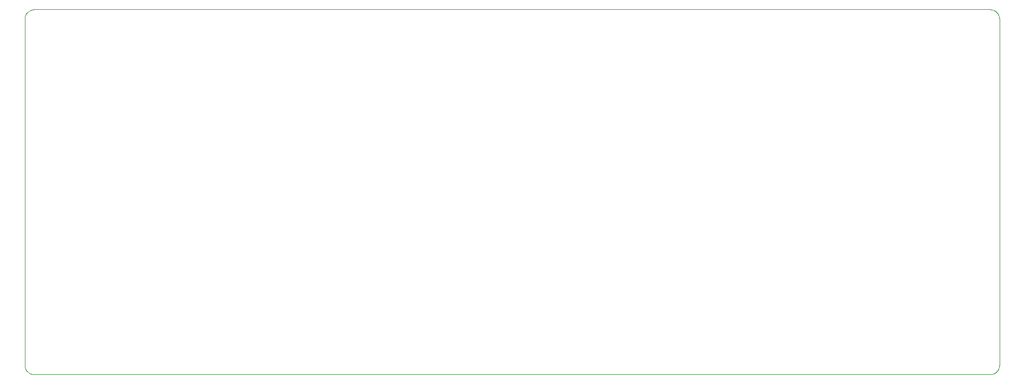
<source format=gbr>
%TF.GenerationSoftware,KiCad,Pcbnew,7.0.8-dirty*%
%TF.CreationDate,2023-11-22T20:27:44+09:00*%
%TF.ProjectId,typing-check-board,74797069-6e67-42d6-9368-65636b2d626f,rev?*%
%TF.SameCoordinates,Original*%
%TF.FileFunction,Profile,NP*%
%FSLAX46Y46*%
G04 Gerber Fmt 4.6, Leading zero omitted, Abs format (unit mm)*
G04 Created by KiCad (PCBNEW 7.0.8-dirty) date 2023-11-22 20:27:44*
%MOMM*%
%LPD*%
G01*
G04 APERTURE LIST*
%TA.AperFunction,Profile*%
%ADD10C,0.100000*%
%TD*%
G04 APERTURE END LIST*
D10*
X167466690Y-77470159D02*
X167267395Y-77470159D01*
X90178520Y-77470159D02*
X89978420Y-77470159D01*
X199642502Y-134620000D02*
X199841812Y-134620000D01*
X218616470Y-134620000D02*
X218815765Y-134620000D01*
X210231323Y-134620000D02*
X210430923Y-134620000D01*
X71110111Y-99151868D02*
X71110111Y-99351865D01*
X213826645Y-134620000D02*
X214026245Y-134620000D01*
X107164604Y-134620000D02*
X107364799Y-134620000D01*
X84786911Y-77470159D02*
X84587711Y-77470159D01*
X162675598Y-77470159D02*
X162475197Y-77470159D01*
X204041122Y-134620000D02*
X204241531Y-134620000D01*
X84601807Y-134620000D02*
X84800606Y-134620000D01*
X223510116Y-131121411D02*
X223510116Y-130921910D01*
X81006409Y-134620000D02*
X81206608Y-134620000D01*
X223510116Y-121329999D02*
X223510116Y-121131101D01*
X95183098Y-134620000D02*
X95382198Y-134620000D01*
X192847473Y-77470159D02*
X192648178Y-77470159D01*
X97573616Y-77470159D02*
X97374718Y-77470159D01*
X189851883Y-77470159D02*
X189652679Y-77470159D01*
X116769897Y-134620000D02*
X116969700Y-134620000D01*
X72809505Y-134620000D02*
X73009106Y-134620000D01*
X153114097Y-134620000D02*
X153314598Y-134620000D01*
X223510116Y-111939389D02*
X223510116Y-111739087D01*
X123356541Y-134620000D02*
X123556900Y-134620000D01*
X71110111Y-121527097D02*
X71110111Y-121727300D01*
X163871399Y-77470159D02*
X163671600Y-77470159D01*
X127326355Y-77470159D02*
X127125755Y-77470159D01*
X126925735Y-77470159D02*
X126726318Y-77470159D01*
X71110111Y-80170148D02*
X71110111Y-80370145D01*
X223510116Y-82767110D02*
X223510116Y-82567113D01*
X131347725Y-134620000D02*
X131546913Y-134620000D01*
X97180603Y-134620000D02*
X97380901Y-134620000D01*
X183651581Y-77470159D02*
X183452881Y-77470159D01*
X223510116Y-91362981D02*
X223510116Y-91162984D01*
X158679794Y-77470159D02*
X158480301Y-77470159D01*
X221212479Y-134620000D02*
X221411972Y-134620000D01*
X102368614Y-77470159D02*
X102168613Y-77470159D01*
X157107200Y-134620000D02*
X157306801Y-134620000D01*
X223510116Y-130324712D02*
X223510116Y-130124814D01*
X96581600Y-134620000D02*
X96781002Y-134620000D01*
X79396709Y-77470159D02*
X79197510Y-77470159D01*
X223510116Y-84766080D02*
X223510116Y-84567083D01*
X137313484Y-77470159D02*
X137114296Y-77470159D01*
X216820755Y-134620000D02*
X217020859Y-134620000D01*
X223510116Y-91961972D02*
X223510116Y-91761975D01*
X111150310Y-77470159D02*
X110950710Y-77470159D01*
X140133804Y-134620000D02*
X140333107Y-134620000D01*
X152290298Y-77470159D02*
X152090599Y-77470159D01*
X100374801Y-134620000D02*
X100574802Y-134620000D01*
X161101799Y-134620000D02*
X161302399Y-134620000D01*
X107965599Y-134620000D02*
X108166000Y-134620000D01*
X164897903Y-134620000D02*
X165097107Y-134620000D01*
X176880699Y-134620000D02*
X177079399Y-134620000D01*
X218417160Y-134620000D02*
X218616470Y-134620000D01*
X156882294Y-77470159D02*
X156683296Y-77470159D01*
X192448776Y-77470159D02*
X192249176Y-77470159D01*
X209633926Y-134620000D02*
X209833420Y-134620000D01*
X144499504Y-77470159D02*
X144299606Y-77470159D01*
X71110111Y-82967107D02*
X71110111Y-83166104D01*
X156708099Y-134620000D02*
X156907097Y-134620000D01*
X223510116Y-121929303D02*
X223510116Y-121729901D01*
X116570099Y-134620000D02*
X116769897Y-134620000D01*
X166670296Y-77470159D02*
X166469696Y-77470159D01*
X93979717Y-77470159D02*
X93779316Y-77470159D01*
X223510116Y-99149869D02*
X223510116Y-98950872D01*
X126354370Y-134620000D02*
X126554420Y-134620000D01*
X222584701Y-77584165D02*
X222398605Y-77521161D01*
X71110111Y-106146268D02*
X71110111Y-106346570D01*
X116343807Y-77470159D02*
X116143608Y-77470159D01*
X110770000Y-134620000D02*
X110968700Y-134620000D01*
X140333107Y-134620000D02*
X140532204Y-134620000D01*
X71110111Y-115136495D02*
X71110111Y-115335797D01*
X84389011Y-77470159D02*
X84189411Y-77470159D01*
X137738006Y-134620000D02*
X137937027Y-134620000D01*
X121334217Y-77470159D02*
X121134556Y-77470159D01*
X71110111Y-98551877D02*
X71110111Y-98750875D01*
X197845505Y-134620000D02*
X198045105Y-134620000D01*
X217220260Y-134620000D02*
X217420669Y-134620000D01*
X120935585Y-77470159D02*
X120736076Y-77470159D01*
X135340423Y-134620000D02*
X135540695Y-134620000D01*
X96575218Y-77470159D02*
X96375816Y-77470159D01*
X140706802Y-77470159D02*
X140508102Y-77470159D01*
X220612900Y-77470159D02*
X220412613Y-77470159D01*
X115569900Y-134620000D02*
X115770100Y-134620000D01*
X150918098Y-134620000D02*
X151118103Y-134620000D01*
X120561928Y-134620000D02*
X120762031Y-134620000D01*
X223510177Y-133119992D02*
X223510116Y-132919797D01*
X223510116Y-93360952D02*
X223510116Y-93159955D01*
X132745163Y-134620000D02*
X132944733Y-134620000D01*
X223510116Y-103346807D02*
X223510116Y-103145810D01*
X71110111Y-85765065D02*
X71110111Y-85965062D01*
X100175003Y-134620000D02*
X100374801Y-134620000D01*
X223510116Y-101148839D02*
X223510116Y-100948842D01*
X85186210Y-77470159D02*
X84986412Y-77470159D01*
X71110111Y-87364041D02*
X71110111Y-87564038D01*
X94578316Y-77470159D02*
X94378715Y-77470159D01*
X221810776Y-134620000D02*
X222010177Y-134620000D01*
X194049408Y-134620000D02*
X194249008Y-134620000D01*
X136316002Y-77470159D02*
X136116066Y-77470159D01*
X218613388Y-77470159D02*
X218413406Y-77470159D01*
X71122711Y-78775167D02*
X71110111Y-78970166D01*
X137912231Y-77470159D02*
X137713234Y-77470159D01*
X179075897Y-134620000D02*
X179275192Y-134620000D01*
X119361099Y-134620000D02*
X119559799Y-134620000D01*
X71549003Y-134180097D02*
X71696003Y-134309301D01*
X130148224Y-134620000D02*
X130348656Y-134620000D01*
X223510116Y-90763990D02*
X223510116Y-90562993D01*
X223510116Y-89164014D02*
X223510116Y-88964017D01*
X171464294Y-77470159D02*
X171263794Y-77470159D01*
X119736816Y-77470159D02*
X119537907Y-77470159D01*
X223510116Y-95957914D02*
X223510116Y-95756917D01*
X107358810Y-77470159D02*
X107158310Y-77470159D01*
X94384399Y-134620000D02*
X94583999Y-134620000D01*
X71110111Y-105746473D02*
X71110111Y-105946271D01*
X195448318Y-134620000D02*
X195647415Y-134620000D01*
X104563309Y-77470159D02*
X104363708Y-77470159D01*
X83804306Y-134620000D02*
X84003605Y-134620000D01*
X160277397Y-77470159D02*
X160077797Y-77470159D01*
X110968700Y-134620000D02*
X111167400Y-134620000D01*
X71110111Y-118529500D02*
X71110111Y-118729596D01*
X194249008Y-134620000D02*
X194448807Y-134620000D01*
X71110111Y-128525594D02*
X71110111Y-128724500D01*
X125353660Y-134620000D02*
X125552551Y-134620000D01*
X136116066Y-77470159D02*
X135916603Y-77470159D01*
X90391312Y-134620000D02*
X90591110Y-134620000D01*
X223510116Y-87765035D02*
X223510116Y-87565038D01*
X148495804Y-77470159D02*
X148295402Y-77470159D01*
X223510116Y-93959943D02*
X223510116Y-93759946D01*
X144328003Y-134620000D02*
X144528000Y-134620000D01*
X109952614Y-77470159D02*
X109752609Y-77470159D01*
X108566902Y-134620000D02*
X108767403Y-134620000D01*
X101369713Y-77470159D02*
X101169617Y-77470159D01*
X165496605Y-134620000D02*
X165696899Y-134620000D01*
X77607105Y-134620000D02*
X77806305Y-134620000D01*
X223510116Y-111739087D02*
X223510116Y-111539289D01*
X186654678Y-77470159D02*
X186454285Y-77470159D01*
X119337208Y-77470159D02*
X119137306Y-77470159D01*
X76006901Y-134620000D02*
X76206901Y-134620000D01*
X215412186Y-77470159D02*
X215212479Y-77470159D01*
X71110111Y-86564054D02*
X71110111Y-86764051D01*
X71110111Y-114339299D02*
X71110111Y-114538495D01*
X210616684Y-77470159D02*
X210417786Y-77470159D01*
X72809612Y-77470159D02*
X72610111Y-77470159D01*
X199437179Y-77470159D02*
X199238083Y-77470159D01*
X71110111Y-125123593D02*
X71110111Y-125323796D01*
X74607113Y-77470159D02*
X74406612Y-77470159D01*
X179250595Y-77470159D02*
X179050400Y-77470159D01*
X135940483Y-134620000D02*
X136140007Y-134620000D01*
X196047012Y-134620000D02*
X196247604Y-134620000D01*
X108755211Y-77470159D02*
X108555206Y-77470159D01*
X71110111Y-105946271D02*
X71110111Y-106146268D01*
X86982815Y-77470159D02*
X86783314Y-77470159D01*
X168666496Y-77470159D02*
X168466095Y-77470159D01*
X134517113Y-77470159D02*
X134316994Y-77470159D01*
X113546608Y-77470159D02*
X113346908Y-77470159D01*
X97780201Y-134620000D02*
X97979301Y-134620000D01*
X165868996Y-77470159D02*
X165669197Y-77470159D01*
X223510116Y-120932004D02*
X223510116Y-120732602D01*
X111962299Y-134620000D02*
X112162102Y-134620000D01*
X190056999Y-134620000D02*
X190256599Y-134620000D01*
X223510116Y-119733609D02*
X223510116Y-119533506D01*
X71110111Y-129124196D02*
X71110111Y-129323293D01*
X71110111Y-106545873D02*
X71110111Y-106746572D01*
X115144409Y-77470159D02*
X114944511Y-77470159D01*
X170263397Y-77470159D02*
X170063690Y-77470159D01*
X223510116Y-87965032D02*
X223510116Y-87765035D01*
X104163410Y-77470159D02*
X103964409Y-77470159D01*
X223510116Y-129324109D02*
X223510116Y-129123510D01*
X89978420Y-77470159D02*
X89778519Y-77470159D01*
X71110111Y-90759992D02*
X71110111Y-90958989D01*
X223510116Y-122129903D02*
X223510116Y-121929303D01*
X98173515Y-77470159D02*
X97973015Y-77470159D01*
X94185200Y-134620000D02*
X94384399Y-134620000D01*
X99775902Y-134620000D02*
X99975403Y-134620000D01*
X151717300Y-134620000D02*
X151917404Y-134620000D01*
X210018478Y-77470159D02*
X209819687Y-77470159D01*
X89379619Y-77470159D02*
X89180618Y-77470159D01*
X185852875Y-77470159D02*
X185652374Y-77470159D01*
X105561012Y-77470159D02*
X105361008Y-77470159D01*
X73807506Y-134620000D02*
X74007408Y-134620000D01*
X71110111Y-125323796D02*
X71110111Y-125524396D01*
X82392513Y-77470159D02*
X82193111Y-77470159D01*
X71110111Y-125924199D02*
X71110111Y-126124593D01*
X223510116Y-79570157D02*
X223510116Y-79369161D01*
X166695404Y-134620000D02*
X166895004Y-134620000D01*
X190855606Y-134620000D02*
X191055694Y-134620000D01*
X223510116Y-108341901D02*
X223510116Y-108142202D01*
X106964500Y-134620000D02*
X107164604Y-134620000D01*
X71110111Y-121727300D02*
X71110111Y-121926793D01*
X85998607Y-134620000D02*
X86199009Y-134620000D01*
X185066795Y-134620000D02*
X185266800Y-134620000D01*
X81993412Y-77470159D02*
X81793312Y-77470159D01*
X71110111Y-127523198D02*
X71110111Y-127723600D01*
X99377701Y-134620000D02*
X99576702Y-134620000D01*
X121734325Y-77470159D02*
X121534546Y-77470159D01*
X71110111Y-123925397D02*
X71110111Y-124125394D01*
X106758510Y-77470159D02*
X106559311Y-77470159D01*
X98372715Y-77470159D02*
X98173515Y-77470159D01*
X208235824Y-134620000D02*
X208435043Y-134620000D01*
X197046707Y-134620000D02*
X197245605Y-134620000D01*
X206838837Y-134620000D02*
X207038528Y-134620000D01*
X176453392Y-77470159D02*
X176254089Y-77470159D01*
X176254089Y-77470159D02*
X176054993Y-77470159D01*
X223510116Y-104743787D02*
X223510116Y-104544789D01*
X71110111Y-96553907D02*
X71110111Y-96753904D01*
X83404205Y-134620000D02*
X83604404Y-134620000D01*
X71110111Y-120927098D02*
X71110111Y-121126195D01*
X103571503Y-134620000D02*
X103772003Y-134620000D01*
X179851486Y-77470159D02*
X179651192Y-77470159D01*
X145499603Y-77470159D02*
X145299507Y-77470159D01*
X71110111Y-107146070D02*
X71110111Y-107346067D01*
X115169399Y-134620000D02*
X115369701Y-134620000D01*
X97374718Y-77470159D02*
X97174618Y-77470159D01*
X71160709Y-133507703D02*
X71223808Y-133693700D01*
X223459473Y-133508489D02*
X223497665Y-133315091D01*
X223510116Y-87166043D02*
X223510116Y-86967046D01*
X193845276Y-77470159D02*
X193644882Y-77470159D01*
X161675598Y-77470159D02*
X161476196Y-77470159D01*
X71110111Y-91157987D02*
X71110111Y-91357984D01*
X210815994Y-77470159D02*
X210616684Y-77470159D01*
X103166115Y-77470159D02*
X102966213Y-77470159D01*
X193250503Y-134620000D02*
X193450607Y-134620000D01*
X223510116Y-115535794D02*
X223510116Y-115335797D01*
X199841812Y-134620000D02*
X200042007Y-134620000D01*
X71110111Y-131920095D02*
X71110111Y-132120397D01*
X136714226Y-77470159D02*
X136514885Y-77470159D01*
X104762413Y-77470159D02*
X104563309Y-77470159D01*
X212015686Y-77470159D02*
X211815689Y-77470159D01*
X150120804Y-134620000D02*
X150320701Y-134620000D01*
X88980118Y-77470159D02*
X88780117Y-77470159D01*
X126726318Y-77470159D02*
X126527489Y-77470159D01*
X177677994Y-134620000D02*
X177878197Y-134620000D01*
X112162102Y-134620000D02*
X112361801Y-134620000D01*
X125128506Y-77470159D02*
X124929214Y-77470159D01*
X94179516Y-77470159D02*
X93979717Y-77470159D01*
X214813385Y-77470159D02*
X214612778Y-77470159D01*
X223510116Y-89763005D02*
X223510116Y-89564008D01*
X149494400Y-77470159D02*
X149294006Y-77470159D01*
X223510116Y-104344793D02*
X223510116Y-104145795D01*
X160502899Y-134620000D02*
X160702103Y-134620000D01*
X177450790Y-77470159D02*
X177251190Y-77470159D01*
X89793209Y-134620000D02*
X89993210Y-134620000D01*
X220213760Y-134620000D02*
X220413971Y-134620000D01*
X71110111Y-83967092D02*
X71110111Y-84168088D01*
X71110111Y-99551862D02*
X71110111Y-99750859D01*
X105760311Y-77470159D02*
X105561012Y-77470159D01*
X149294006Y-77470159D02*
X149093902Y-77470159D01*
X71110111Y-107944265D02*
X71110111Y-108144666D01*
X126127586Y-77470159D02*
X125927875Y-77470159D01*
X104967598Y-134620000D02*
X105166900Y-134620000D01*
X71110111Y-81367131D02*
X71110111Y-81567128D01*
X122333958Y-77470159D02*
X122133407Y-77470159D01*
X210830826Y-134620000D02*
X211029526Y-134620000D01*
X223510116Y-103745801D02*
X223510116Y-103545804D01*
X71110111Y-121926793D02*
X71110111Y-122126798D01*
X81593212Y-77470159D02*
X81393211Y-77470159D01*
X160103203Y-134620000D02*
X160303299Y-134620000D01*
X223510116Y-131720205D02*
X223510116Y-131521207D01*
X173884201Y-134620000D02*
X174084305Y-134620000D01*
X71110111Y-95753919D02*
X71110111Y-95953916D01*
X208821091Y-77470159D02*
X208621689Y-77470159D01*
X71110111Y-104747785D02*
X71110111Y-104946782D01*
X202230972Y-77470159D02*
X202031677Y-77470159D01*
X194644882Y-77470159D02*
X194445267Y-77470159D01*
X216620651Y-134620000D02*
X216820755Y-134620000D01*
X193444275Y-77470159D02*
X193245468Y-77470159D01*
X152090599Y-77470159D02*
X151891296Y-77470159D01*
X152316299Y-134620000D02*
X152515098Y-134620000D01*
X151118103Y-134620000D02*
X151317703Y-134620000D01*
X198038681Y-77470159D02*
X197839279Y-77470159D01*
X195647415Y-134620000D02*
X195847916Y-134620000D01*
X139333603Y-134620000D02*
X139534088Y-134620000D01*
X71110111Y-85965062D02*
X71110111Y-86164060D01*
X93986301Y-134620000D02*
X94185200Y-134620000D01*
X223510116Y-106143689D02*
X223510116Y-105943586D01*
X106764503Y-134620000D02*
X106964500Y-134620000D01*
X194448807Y-134620000D02*
X194648697Y-134620000D01*
X223510116Y-80771138D02*
X223510116Y-80570142D01*
X208036941Y-134620000D02*
X208235824Y-134620000D01*
X118166900Y-134620000D02*
X118366199Y-134620000D01*
X125927875Y-77470159D02*
X125728775Y-77470159D01*
X208834427Y-134620000D02*
X209034332Y-134620000D01*
X107158310Y-77470159D02*
X106958809Y-77470159D01*
X71110111Y-103348806D02*
X71110111Y-103548803D01*
X130321770Y-77470159D02*
X130122360Y-77470159D01*
X223510116Y-113338895D02*
X223510116Y-113139096D01*
X196840072Y-77470159D02*
X196640976Y-77470159D01*
X109353508Y-77470159D02*
X109154411Y-77470159D01*
X138910835Y-77470159D02*
X138711166Y-77470159D01*
X168891502Y-134620000D02*
X169091301Y-134620000D01*
X148722702Y-134620000D02*
X148921905Y-134620000D01*
X209034332Y-134620000D02*
X209234238Y-134620000D01*
X223510116Y-117732892D02*
X223510116Y-117533193D01*
X174058395Y-77470159D02*
X173858291Y-77470159D01*
X90579220Y-77470159D02*
X90378818Y-77470159D01*
X94778416Y-77470159D02*
X94578316Y-77470159D01*
X71110111Y-108343869D02*
X71110111Y-108544171D01*
X93579414Y-77470159D02*
X93380115Y-77470159D01*
X188061005Y-134620000D02*
X188261001Y-134620000D01*
X87183216Y-77470159D02*
X86982815Y-77470159D01*
X178050194Y-77470159D02*
X177850296Y-77470159D01*
X124157131Y-134620000D02*
X124356930Y-134620000D01*
X219412704Y-77470159D02*
X219212906Y-77470159D01*
X209420791Y-77470159D02*
X209220795Y-77470159D01*
X71110111Y-106746572D02*
X71110111Y-106946271D01*
X162701004Y-134620000D02*
X162900406Y-134620000D01*
X151917404Y-134620000D02*
X152117004Y-134620000D01*
X161302399Y-134620000D02*
X161502502Y-134620000D01*
X137513138Y-77470159D02*
X137313484Y-77470159D01*
X164098602Y-134620000D02*
X164298508Y-134620000D01*
X156108398Y-134620000D02*
X156308700Y-134620000D01*
X81193512Y-77470159D02*
X80994312Y-77470159D01*
X149693298Y-77470159D02*
X149494400Y-77470159D01*
X71110111Y-86964048D02*
X71110111Y-87164045D01*
X118565300Y-134620000D02*
X118764397Y-134620000D01*
X142503303Y-77470159D02*
X142304001Y-77470159D01*
X92389305Y-134620000D02*
X92588604Y-134620000D01*
X115369701Y-134620000D02*
X115569900Y-134620000D01*
X148894203Y-77470159D02*
X148694900Y-77470159D01*
X77407505Y-134620000D02*
X77607105Y-134620000D01*
X217819473Y-134620000D02*
X218018463Y-134620000D01*
X175082397Y-134620000D02*
X175283096Y-134620000D01*
X101972099Y-134620000D02*
X102171501Y-134620000D01*
X71110111Y-109142980D02*
X71110111Y-109343183D01*
X223510116Y-86967046D02*
X223510116Y-86766050D01*
X137538711Y-134620000D02*
X137738006Y-134620000D01*
X89393207Y-134620000D02*
X89593807Y-134620000D01*
X223510116Y-123528707D02*
X223510116Y-123328603D01*
X142702904Y-77470159D02*
X142503303Y-77470159D01*
X88580616Y-77470159D02*
X88381615Y-77470159D01*
X223510116Y-119133199D02*
X223510116Y-118932996D01*
X223510116Y-110739598D02*
X223510116Y-110540197D01*
X209619888Y-77470159D02*
X209420791Y-77470159D01*
X213626053Y-134620000D02*
X213826645Y-134620000D01*
X148123001Y-134620000D02*
X148323303Y-134620000D01*
X117939110Y-77470159D02*
X117739609Y-77470159D01*
X159703003Y-134620000D02*
X159902603Y-134620000D01*
X207637527Y-134620000D02*
X207836929Y-134620000D01*
X169864197Y-77470159D02*
X169664894Y-77470159D01*
X223510116Y-100549848D02*
X223510116Y-100350850D01*
X87781513Y-77470159D02*
X87581814Y-77470159D01*
X157505997Y-134620000D02*
X157706299Y-134620000D01*
X127552101Y-134620000D02*
X127751114Y-134620000D01*
X131546913Y-134620000D02*
X131745895Y-134620000D01*
X114969101Y-134620000D02*
X115169399Y-134620000D01*
X96181801Y-134620000D02*
X96382500Y-134620000D01*
X71110111Y-86365056D02*
X71110111Y-86564054D01*
X88595306Y-134620000D02*
X88795105Y-134620000D01*
X163073395Y-77470159D02*
X162874397Y-77470159D01*
X149520500Y-134620000D02*
X149719902Y-134620000D01*
X125552551Y-134620000D02*
X125753250Y-134620000D01*
X117739609Y-77470159D02*
X117540909Y-77470159D01*
X223510116Y-105743383D02*
X223510116Y-105544080D01*
X204029190Y-77470159D02*
X203828689Y-77470159D01*
X223510116Y-124326711D02*
X223510116Y-124126508D01*
X220412613Y-77470159D02*
X220212906Y-77470159D01*
X71110111Y-129523000D02*
X71110111Y-129722295D01*
X71110111Y-114140294D02*
X71110111Y-114339299D01*
X155909103Y-134620000D02*
X156108398Y-134620000D01*
X189657699Y-134620000D02*
X189857895Y-134620000D01*
X165669197Y-77470159D02*
X165469498Y-77470159D01*
X83390411Y-77470159D02*
X83191112Y-77470159D01*
X166495209Y-134620000D02*
X166695404Y-134620000D01*
X179874801Y-134620000D02*
X180075302Y-134620000D01*
X91581722Y-77470159D02*
X91381321Y-77470159D01*
X158879593Y-77470159D02*
X158679794Y-77470159D01*
X181656387Y-77470159D02*
X181455688Y-77470159D01*
X71110111Y-117531194D02*
X71110111Y-117730298D01*
X71110111Y-119130094D02*
X71110111Y-119330297D01*
X121361660Y-134620000D02*
X121561302Y-134620000D01*
X219813492Y-77470159D02*
X219613205Y-77470159D01*
X155684898Y-77470159D02*
X155485596Y-77470159D01*
X214214096Y-77470159D02*
X214013382Y-77470159D01*
X99172016Y-77470159D02*
X98972916Y-77470159D01*
X71110111Y-90359998D02*
X71110111Y-90559995D01*
X146524902Y-134620000D02*
X146724609Y-134620000D01*
X213813797Y-77470159D02*
X213613891Y-77470159D01*
X71696003Y-134309301D02*
X71859505Y-134418897D01*
X223510116Y-82966108D02*
X223510116Y-82767110D01*
X221411972Y-134620000D02*
X221611465Y-134620000D01*
X214625046Y-134620000D02*
X214824447Y-134620000D01*
X220812805Y-77470159D02*
X220612900Y-77470159D01*
X165097107Y-134620000D02*
X165297104Y-134620000D01*
X128350983Y-134620000D02*
X128551224Y-134620000D01*
X152515098Y-134620000D02*
X152715202Y-134620000D01*
X139534088Y-134620000D02*
X139734306Y-134620000D01*
X105366302Y-134620000D02*
X105565800Y-134620000D01*
X223510116Y-91761975D02*
X223510116Y-91561978D01*
X120361721Y-134620000D02*
X120561928Y-134620000D01*
X207022873Y-77470159D02*
X206822983Y-77470159D01*
X71110111Y-99950856D02*
X71110111Y-100150853D01*
X136339264Y-134620000D02*
X136538277Y-134620000D01*
X223510116Y-82368116D02*
X223510116Y-82167119D01*
X143302605Y-77470159D02*
X143103409Y-77470159D01*
X71110111Y-98152883D02*
X71110111Y-98352880D01*
X200440811Y-134620000D02*
X200640610Y-134620000D01*
X71110111Y-113338994D02*
X71110111Y-113538900D01*
X223510116Y-132520101D02*
X223510116Y-132320203D01*
X172886001Y-134620000D02*
X173085701Y-134620000D01*
X223199570Y-134034085D02*
X223309173Y-133870687D01*
X138711166Y-77470159D02*
X138511947Y-77470159D01*
X196242081Y-77470159D02*
X196042282Y-77470159D01*
X154088104Y-77470159D02*
X153889297Y-77470159D01*
X167894005Y-134620000D02*
X168092804Y-134620000D01*
X74406612Y-77470159D02*
X74206413Y-77470159D01*
X220212906Y-77470159D02*
X220012710Y-77470159D01*
X108767403Y-134620000D02*
X108967903Y-134620000D01*
X141105705Y-77470159D02*
X140906006Y-77470159D01*
X138311584Y-77470159D02*
X138111687Y-77470159D01*
X178476700Y-134620000D02*
X178676102Y-134620000D01*
X212427139Y-134620000D02*
X212626938Y-134620000D01*
X84003605Y-134620000D02*
X84202503Y-134620000D01*
X117169399Y-134620000D02*
X117369099Y-134620000D01*
X154911102Y-134620000D02*
X155111000Y-134620000D01*
X223510116Y-88165029D02*
X223510116Y-87965032D01*
X223510116Y-84367086D02*
X223510116Y-84166089D01*
X216813995Y-77470159D02*
X216614303Y-77470159D01*
X223510116Y-85766065D02*
X223510116Y-85566068D01*
X73808212Y-77470159D02*
X73607914Y-77470159D01*
X217619263Y-134620000D02*
X217819473Y-134620000D01*
X223510116Y-114936696D02*
X223510116Y-114737798D01*
X110171802Y-134620000D02*
X110371502Y-134620000D01*
X223510116Y-108541204D02*
X223510116Y-108341901D01*
X215013290Y-77470159D02*
X214813385Y-77470159D01*
X76800907Y-77470159D02*
X76601807Y-77470159D01*
X156308700Y-134620000D02*
X156508598Y-134620000D01*
X134342903Y-134620000D02*
X134542518Y-134620000D01*
X223510116Y-88964017D02*
X223510116Y-88763021D01*
X199038681Y-77470159D02*
X198838882Y-77470159D01*
X187661499Y-134620000D02*
X187861801Y-134620000D01*
X99576702Y-134620000D02*
X99775902Y-134620000D01*
X150320701Y-134620000D02*
X150520202Y-134620000D01*
X202631882Y-77470159D02*
X202431686Y-77470159D01*
X144926903Y-134620000D02*
X145125900Y-134620000D01*
X206224182Y-77470159D02*
X206024979Y-77470159D01*
X223510116Y-82167119D02*
X223510116Y-81966123D01*
X190456802Y-134620000D02*
X190655899Y-134620000D01*
X181455688Y-77470159D02*
X181255096Y-77470159D01*
X223510116Y-113937093D02*
X223510116Y-113737195D01*
X138336113Y-134620000D02*
X138536163Y-134620000D01*
X202438522Y-134620000D02*
X202638321Y-134620000D01*
X183254181Y-77470159D02*
X183055389Y-77470159D01*
X222397873Y-134569394D02*
X222583969Y-134506292D01*
X88780117Y-77470159D02*
X88580616Y-77470159D01*
X171288803Y-134620000D02*
X171487602Y-134620000D01*
X138935448Y-134620000D02*
X139134666Y-134620000D01*
X223510116Y-127522702D02*
X223510116Y-127323606D01*
X86798408Y-134620000D02*
X86998707Y-134620000D01*
X209833420Y-134620000D02*
X210032516Y-134620000D01*
X133117805Y-77470159D02*
X132918236Y-77470159D01*
X216022552Y-134620000D02*
X216222351Y-134620000D01*
X71110111Y-79770154D02*
X71110111Y-79970151D01*
X146297005Y-77470159D02*
X146097107Y-77470159D01*
X128524483Y-77470159D02*
X128324509Y-77470159D01*
X121933536Y-77470159D02*
X121734325Y-77470159D01*
X202431686Y-77470159D02*
X202230972Y-77470159D01*
X102767414Y-77470159D02*
X102568214Y-77470159D01*
X140308105Y-77470159D02*
X140108604Y-77470159D01*
X104962608Y-77470159D02*
X104762413Y-77470159D01*
X85386112Y-77470159D02*
X85186210Y-77470159D01*
X223497665Y-133315091D02*
X223510177Y-133119992D01*
X216013199Y-77470159D02*
X215812698Y-77470159D01*
X71110111Y-80768140D02*
X71110111Y-80969136D01*
X114146610Y-77470159D02*
X113946510Y-77470159D01*
X153889297Y-77470159D02*
X153689102Y-77470159D01*
X122955398Y-134620000D02*
X123156040Y-134620000D01*
X175259193Y-77470159D02*
X175060493Y-77470159D01*
X200435074Y-77470159D02*
X200235870Y-77470159D01*
X223510116Y-130723012D02*
X223510116Y-130523709D01*
X77007702Y-134620000D02*
X77207603Y-134620000D01*
X128324509Y-77470159D02*
X128125091Y-77470159D01*
X133144089Y-134620000D02*
X133343208Y-134620000D01*
X223510116Y-128524106D02*
X223510116Y-128323606D01*
X71110111Y-113139493D02*
X71110111Y-113338994D01*
X71110111Y-126524694D02*
X71110111Y-126723798D01*
X181255096Y-77470159D02*
X181054489Y-77470159D01*
X223510116Y-103145810D02*
X223510116Y-102946813D01*
X191048782Y-77470159D02*
X190848282Y-77470159D01*
X223510116Y-92161969D02*
X223510116Y-91961972D01*
X222922867Y-134310491D02*
X223070373Y-134181188D01*
X96382500Y-134620000D02*
X96581600Y-134620000D01*
X201034271Y-77470159D02*
X200834274Y-77470159D01*
X140532204Y-134620000D02*
X140730903Y-134620000D01*
X71859505Y-134418897D02*
X72035606Y-134505994D01*
X170663093Y-77470159D02*
X170463196Y-77470159D01*
X113164501Y-134620000D02*
X113365204Y-134620000D01*
X219614059Y-134620000D02*
X219812759Y-134620000D01*
X205427078Y-77470159D02*
X205227081Y-77470159D01*
X76601807Y-77470159D02*
X76402908Y-77470159D01*
X140730903Y-134620000D02*
X140931206Y-134620000D01*
X96375816Y-77470159D02*
X96175316Y-77470159D01*
X71110111Y-94755933D02*
X71110111Y-94955930D01*
X71110111Y-108544171D02*
X71110111Y-108743474D01*
X138111687Y-77470159D02*
X137912231Y-77470159D01*
X211828934Y-134620000D02*
X212029129Y-134620000D01*
X192851303Y-134620000D02*
X193050705Y-134620000D01*
X71110111Y-99351865D02*
X71110111Y-99551862D01*
X131521034Y-77470159D02*
X131321243Y-77470159D01*
X223510116Y-80370145D02*
X223510116Y-80170148D01*
X112348312Y-77470159D02*
X112149513Y-77470159D01*
X90591110Y-134620000D02*
X90791511Y-134620000D01*
X179675796Y-134620000D02*
X179874801Y-134620000D01*
X94784000Y-134620000D02*
X94984299Y-134620000D01*
X223510116Y-86566053D02*
X223510116Y-86365056D01*
X91982021Y-77470159D02*
X91781921Y-77470159D01*
X71110111Y-80969136D02*
X71110111Y-81168134D01*
X71110111Y-102750814D02*
X71110111Y-102949811D01*
X140906006Y-77470159D02*
X140706802Y-77470159D01*
X223510116Y-96953900D02*
X223510116Y-96753904D01*
X82005306Y-134620000D02*
X82204204Y-134620000D01*
X160877601Y-77470159D02*
X160677299Y-77470159D01*
X71110111Y-96953900D02*
X71110111Y-97152898D01*
X149719902Y-134620000D02*
X149920601Y-134620000D01*
X111750412Y-77470159D02*
X111550209Y-77470159D01*
X223510116Y-131920003D02*
X223510116Y-131720205D01*
X175682098Y-134620000D02*
X175881805Y-134620000D01*
X148295402Y-77470159D02*
X148095398Y-77470159D01*
X172486900Y-134620000D02*
X172686798Y-134620000D01*
X75807602Y-134620000D02*
X76006901Y-134620000D01*
X200036270Y-77470159D02*
X199836273Y-77470159D01*
X135139908Y-134620000D02*
X135340423Y-134620000D01*
X223510116Y-113537892D02*
X223510116Y-113338895D01*
X85586014Y-77470159D02*
X85386112Y-77470159D01*
X220812179Y-134620000D02*
X221012466Y-134620000D01*
X188261001Y-134620000D02*
X188459900Y-134620000D01*
X120336696Y-77470159D02*
X120136837Y-77470159D01*
X181273392Y-134620000D02*
X181472290Y-134620000D01*
X71110111Y-113939595D02*
X71110111Y-114140294D01*
X78406505Y-134620000D02*
X78607105Y-134620000D01*
X123156040Y-134620000D02*
X123356541Y-134620000D01*
X71110111Y-102349820D02*
X71110111Y-102549817D01*
X223510116Y-114737798D02*
X223510116Y-114537694D01*
X71110111Y-88561025D02*
X71110111Y-88762021D01*
X211815689Y-77470159D02*
X211616089Y-77470159D01*
X79008007Y-134620000D02*
X79208107Y-134620000D01*
X139309921Y-77470159D02*
X139110954Y-77470159D01*
X176054993Y-77470159D02*
X175855896Y-77470159D01*
X223510116Y-99350866D02*
X223510116Y-99149869D01*
X223510116Y-126924009D02*
X223510116Y-126724912D01*
X149892700Y-77470159D02*
X149693298Y-77470159D01*
X171664894Y-77470159D02*
X171464294Y-77470159D01*
X106564499Y-134620000D02*
X106764503Y-134620000D01*
X171688301Y-134620000D02*
X171888306Y-134620000D01*
X119936466Y-77470159D02*
X119736816Y-77470159D01*
X160303299Y-134620000D02*
X160502899Y-134620000D01*
X95576916Y-77470159D02*
X95377716Y-77470159D01*
X74006813Y-77470159D02*
X73808212Y-77470159D01*
X71110111Y-110342099D02*
X71110111Y-110541394D01*
X184667694Y-134620000D02*
X184867691Y-134620000D01*
X147696304Y-77470159D02*
X147497299Y-77470159D01*
X80806507Y-134620000D02*
X81006409Y-134620000D01*
X214013382Y-77470159D02*
X213813797Y-77470159D01*
X218815765Y-134620000D02*
X219015365Y-134620000D01*
X223510116Y-102347821D02*
X223510116Y-102147824D01*
X146324905Y-134620000D02*
X146524902Y-134620000D01*
X223510116Y-98350881D02*
X223510116Y-98150884D01*
X71110111Y-119728795D02*
X71110111Y-119928495D01*
X71110111Y-81168134D02*
X71110111Y-81367131D01*
X206024979Y-77470159D02*
X205825180Y-77470159D01*
X223510116Y-83965093D02*
X223510116Y-83765096D01*
X97380901Y-134620000D02*
X97581402Y-134620000D01*
X198237686Y-77470159D02*
X198038681Y-77470159D01*
X71110111Y-110141599D02*
X71110111Y-110342099D01*
X149120705Y-134620000D02*
X149320801Y-134620000D01*
X111949509Y-77470159D02*
X111750412Y-77470159D01*
X76203209Y-77470159D02*
X76003910Y-77470159D01*
X217812195Y-77470159D02*
X217612503Y-77470159D01*
X158082001Y-77470159D02*
X157881393Y-77470159D01*
X162900406Y-134620000D02*
X163099304Y-134620000D01*
X223510116Y-118732793D02*
X223510116Y-118532689D01*
X212815491Y-77470159D02*
X212614990Y-77470159D01*
X141705406Y-77470159D02*
X141506203Y-77470159D01*
X106958809Y-77470159D02*
X106758510Y-77470159D01*
X71110111Y-133120000D02*
X71122810Y-133315702D01*
X212029129Y-134620000D02*
X212227829Y-134620000D01*
X71110111Y-128924993D02*
X71110111Y-129124196D01*
X137139328Y-134620000D02*
X137339157Y-134620000D01*
X71110111Y-89760007D02*
X71110111Y-89960004D01*
X112963901Y-134620000D02*
X113164501Y-134620000D01*
X85799106Y-134620000D02*
X85998607Y-134620000D01*
X164298508Y-134620000D02*
X164497909Y-134620000D01*
X149920601Y-134620000D02*
X150120804Y-134620000D01*
X223510116Y-93159955D02*
X223510116Y-92959958D01*
X153689102Y-77470159D02*
X153489105Y-77470159D01*
X182470795Y-134620000D02*
X182670692Y-134620000D01*
X144127701Y-134620000D02*
X144328003Y-134620000D01*
X103964409Y-77470159D02*
X103764709Y-77470159D01*
X71110111Y-108943776D02*
X71110111Y-109142980D01*
X223510116Y-124526113D02*
X223510116Y-124326711D01*
X167865997Y-77470159D02*
X167666290Y-77470159D01*
X118339107Y-77470159D02*
X118139309Y-77470159D01*
X162874397Y-77470159D02*
X162675598Y-77470159D01*
X176081901Y-134620000D02*
X176281204Y-134620000D01*
X223510116Y-85167073D02*
X223510116Y-84967076D01*
X147096901Y-77470159D02*
X146897201Y-77470159D01*
X189453384Y-77470159D02*
X189253982Y-77470159D01*
X223510116Y-98950872D02*
X223510116Y-98750875D01*
X223510116Y-95756917D02*
X223510116Y-95556920D01*
X223510116Y-130921910D02*
X223510116Y-130723012D01*
X97979301Y-134620000D02*
X98178604Y-134620000D01*
X71110111Y-112739598D02*
X71110111Y-112940297D01*
X160702103Y-134620000D02*
X160902199Y-134620000D01*
X162101105Y-134620000D02*
X162300705Y-134620000D01*
X80406105Y-134620000D02*
X80606907Y-134620000D01*
X123957199Y-134620000D02*
X124157131Y-134620000D01*
X190448776Y-77470159D02*
X190249878Y-77470159D01*
X139909408Y-77470159D02*
X139709205Y-77470159D01*
X154312202Y-134620000D02*
X154511703Y-134620000D01*
X199836273Y-77470159D02*
X199635971Y-77470159D01*
X190647568Y-77470159D02*
X190448776Y-77470159D01*
X181672493Y-134620000D02*
X181871796Y-134620000D01*
X71110111Y-115535199D02*
X71110111Y-115734395D01*
X183055389Y-77470159D02*
X182856689Y-77470159D01*
X71110111Y-125524396D02*
X71110111Y-125725095D01*
X214412979Y-77470159D02*
X214214096Y-77470159D01*
X71110111Y-107346067D02*
X71110111Y-107544965D01*
X185465896Y-134620000D02*
X185666000Y-134620000D01*
X206238724Y-134620000D02*
X206438827Y-134620000D01*
X223510116Y-92360967D02*
X223510116Y-92161969D01*
X205439743Y-134620000D02*
X205640243Y-134620000D01*
X71110111Y-87164045D02*
X71110111Y-87364041D01*
X223510116Y-132919797D02*
X223510116Y-132719999D01*
X211216080Y-77470159D02*
X211015884Y-77470159D01*
X223510116Y-83565099D02*
X223510116Y-83366101D01*
X166269295Y-77470159D02*
X166069092Y-77470159D01*
X142903007Y-77470159D02*
X142702904Y-77470159D01*
X152890999Y-77470159D02*
X152690498Y-77470159D01*
X211229935Y-134620000D02*
X211429230Y-134620000D01*
X217212799Y-77470159D02*
X217013199Y-77470159D01*
X194045486Y-77470159D02*
X193845276Y-77470159D01*
X148523208Y-134620000D02*
X148722702Y-134620000D01*
X187255478Y-77470159D02*
X187055282Y-77470159D01*
X221211593Y-77470159D02*
X221011902Y-77470159D01*
X71110111Y-129923093D02*
X71110111Y-130123899D01*
X158904198Y-134620000D02*
X159104202Y-134620000D01*
X71110111Y-123525899D02*
X71110111Y-123725499D01*
X88396107Y-134620000D02*
X88595306Y-134620000D01*
X182057785Y-77470159D02*
X181857086Y-77470159D01*
X71110111Y-120328099D02*
X71110111Y-120527898D01*
X76407402Y-134620000D02*
X76607902Y-134620000D01*
X83604404Y-134620000D02*
X83804306Y-134620000D01*
X143901001Y-77470159D02*
X143702202Y-77470159D01*
X82791313Y-77470159D02*
X82591114Y-77470159D01*
X188659599Y-134620000D02*
X188860000Y-134620000D01*
X145897606Y-77470159D02*
X145698402Y-77470159D01*
X159679298Y-77470159D02*
X159480400Y-77470159D01*
X168866997Y-77470159D02*
X168666496Y-77470159D01*
X73208805Y-134620000D02*
X73408707Y-134620000D01*
X145099808Y-77470159D02*
X144900406Y-77470159D01*
X96974617Y-77470159D02*
X96774818Y-77470159D01*
X170689895Y-134620000D02*
X170889297Y-134620000D01*
X186253876Y-77470159D02*
X186053375Y-77470159D01*
X199442810Y-134620000D02*
X199642502Y-134620000D01*
X170463196Y-77470159D02*
X170263397Y-77470159D01*
X71110111Y-114538495D02*
X71110111Y-114737699D01*
X124756069Y-134620000D02*
X124955421Y-134620000D01*
X156084099Y-77470159D02*
X155884399Y-77470159D01*
X223510116Y-84166089D02*
X223510116Y-83965093D01*
X72610111Y-77470159D02*
X72414409Y-77483159D01*
X223510116Y-120133603D02*
X223510116Y-119933606D01*
X144528000Y-134620000D02*
X144727600Y-134620000D01*
X71110111Y-121126195D02*
X71110111Y-121326299D01*
X201240219Y-134620000D02*
X201440018Y-134620000D01*
X72222511Y-77521161D02*
X72036411Y-77584165D01*
X223510116Y-107143094D02*
X223510116Y-106943395D01*
X158480301Y-77470159D02*
X158280998Y-77470159D01*
X219015365Y-134620000D02*
X219215072Y-134620000D01*
X205640243Y-134620000D02*
X205840225Y-134620000D01*
X97973015Y-77470159D02*
X97774017Y-77470159D01*
X209234238Y-134620000D02*
X209434128Y-134620000D01*
X100969314Y-77470159D02*
X100770214Y-77470159D01*
X125528946Y-77470159D02*
X125328415Y-77470159D01*
X71110111Y-120727597D02*
X71110111Y-120927098D01*
X165469498Y-77470159D02*
X165269997Y-77470159D01*
X74807613Y-77470159D02*
X74607113Y-77470159D01*
X116942306Y-77470159D02*
X116742107Y-77470159D01*
X147523407Y-134620000D02*
X147723106Y-134620000D01*
X119559799Y-134620000D02*
X119760448Y-134620000D01*
X71110111Y-123725499D02*
X71110111Y-123925397D01*
X104768402Y-134620000D02*
X104967598Y-134620000D01*
X223510116Y-90162999D02*
X223510116Y-89963002D01*
X206039734Y-134620000D02*
X206238724Y-134620000D01*
X71110111Y-119330297D02*
X71110111Y-119529393D01*
X192652099Y-134620000D02*
X192851303Y-134620000D01*
X154287102Y-77470159D02*
X154088104Y-77470159D01*
X221611099Y-77470159D02*
X221411392Y-77470159D01*
X212614990Y-77470159D02*
X212416092Y-77470159D01*
X209021393Y-77470159D02*
X208821091Y-77470159D01*
X223510116Y-81966123D02*
X223510116Y-81767125D01*
X155485596Y-77470159D02*
X155286697Y-77470159D01*
X71110111Y-88962018D02*
X71110111Y-89162015D01*
X71110111Y-130123899D02*
X71110111Y-130323194D01*
X91390510Y-134620000D02*
X91589310Y-134620000D01*
X212215790Y-77470159D02*
X212015686Y-77470159D01*
X71110111Y-100550847D02*
X71110111Y-100749845D01*
X223510116Y-116935193D02*
X223510116Y-116736196D01*
X71110111Y-101549832D02*
X71110111Y-101749829D01*
X108954307Y-77470159D02*
X108755211Y-77470159D01*
X131120567Y-77470159D02*
X130920418Y-77470159D01*
X203030990Y-77470159D02*
X202831680Y-77470159D01*
X71110111Y-91556981D02*
X71110111Y-91756978D01*
X166295807Y-134620000D02*
X166495209Y-134620000D01*
X71223808Y-133693700D02*
X71310306Y-133869001D01*
X223510116Y-103945798D02*
X223510116Y-103745801D01*
X144727600Y-134620000D02*
X144926903Y-134620000D01*
X126754303Y-134620000D02*
X126954002Y-134620000D01*
X223510116Y-112538198D02*
X223510116Y-112338994D01*
X166469696Y-77470159D02*
X166269295Y-77470159D01*
X129722351Y-77470159D02*
X129523178Y-77470159D01*
X104363708Y-77470159D02*
X104163410Y-77470159D01*
X193245468Y-77470159D02*
X193046585Y-77470159D01*
X206638336Y-134620000D02*
X206838837Y-134620000D01*
X156484497Y-77470159D02*
X156284195Y-77470159D01*
X117540909Y-77470159D02*
X117340607Y-77470159D01*
X76003910Y-77470159D02*
X75804611Y-77470159D01*
X145925407Y-134620000D02*
X146124405Y-134620000D01*
X221411392Y-77470159D02*
X221211593Y-77470159D01*
X86398609Y-134620000D02*
X86598907Y-134620000D01*
X87581814Y-77470159D02*
X87382915Y-77470159D01*
X84986412Y-77470159D02*
X84786911Y-77470159D01*
X127949951Y-134620000D02*
X128150558Y-134620000D01*
X121760830Y-134620000D02*
X121960239Y-134620000D01*
X95382198Y-134620000D02*
X95581600Y-134620000D01*
X141729301Y-134620000D02*
X141929802Y-134620000D01*
X122756630Y-134620000D02*
X122955398Y-134620000D01*
X165070694Y-77470159D02*
X164871597Y-77470159D01*
X71110111Y-94156942D02*
X71110111Y-94356939D01*
X193450607Y-134620000D02*
X193651001Y-134620000D01*
X223510116Y-128323606D02*
X223510116Y-128123006D01*
X71110111Y-83566098D02*
X71110111Y-83767095D01*
X158703697Y-134620000D02*
X158904198Y-134620000D01*
X71110111Y-90958989D02*
X71110111Y-91157987D01*
X73407913Y-77470159D02*
X73208412Y-77470159D01*
X111167400Y-134620000D02*
X111366100Y-134620000D01*
X215223556Y-134620000D02*
X215422851Y-134620000D01*
X75607601Y-134620000D02*
X75807602Y-134620000D01*
X79596908Y-77470159D02*
X79396709Y-77470159D01*
X77207603Y-134620000D02*
X77407505Y-134620000D01*
X223510116Y-81568128D02*
X223510116Y-81369130D01*
X90191910Y-134620000D02*
X90391312Y-134620000D01*
X79607006Y-134620000D02*
X79806908Y-134620000D01*
X213014389Y-77470159D02*
X212815491Y-77470159D01*
X127352913Y-134620000D02*
X127552101Y-134620000D01*
X158504196Y-134620000D02*
X158703697Y-134620000D01*
X137937027Y-134620000D02*
X138135788Y-134620000D01*
X77799610Y-77470159D02*
X77599510Y-77470159D01*
X179275192Y-134620000D02*
X179475891Y-134620000D01*
X71110111Y-127924398D02*
X71110111Y-128124898D01*
X79795910Y-77470159D02*
X79596908Y-77470159D01*
X129947586Y-134620000D02*
X130148224Y-134620000D01*
X124328544Y-77470159D02*
X124129146Y-77470159D01*
X143927101Y-134620000D02*
X144127701Y-134620000D01*
X223510116Y-88763021D02*
X223510116Y-88564023D01*
X148095398Y-77470159D02*
X147895706Y-77470159D01*
X155709503Y-134620000D02*
X155909103Y-134620000D01*
X223510116Y-90963987D02*
X223510116Y-90763990D01*
X71110111Y-126922994D02*
X71110111Y-127123098D01*
X136140007Y-134620000D02*
X136339264Y-134620000D01*
X223510116Y-122330106D02*
X223510116Y-122129903D01*
X156508598Y-134620000D02*
X156708099Y-134620000D01*
X211429230Y-134620000D02*
X211629730Y-134620000D01*
X102966213Y-77470159D02*
X102767414Y-77470159D01*
X80793712Y-77470159D02*
X80594112Y-77470159D01*
X123930385Y-77470159D02*
X123730965Y-77470159D01*
X207221969Y-77470159D02*
X207022873Y-77470159D01*
X120962021Y-134620000D02*
X121161888Y-134620000D01*
X71110111Y-80569142D02*
X71110111Y-80768140D01*
X207437134Y-134620000D02*
X207637527Y-134620000D01*
X135740715Y-134620000D02*
X135940483Y-134620000D01*
X81206608Y-134620000D02*
X81405407Y-134620000D01*
X147497299Y-77470159D02*
X147296905Y-77470159D01*
X203840622Y-134620000D02*
X204041122Y-134620000D01*
X71110111Y-101350835D02*
X71110111Y-101549832D01*
X118764397Y-134620000D02*
X118963398Y-134620000D01*
X117141109Y-77470159D02*
X116942306Y-77470159D01*
X223510116Y-129924314D02*
X223510116Y-129723813D01*
X113946510Y-77470159D02*
X113747208Y-77470159D01*
X125154610Y-134620000D02*
X125353660Y-134620000D01*
X223510116Y-126524312D02*
X223510116Y-126324910D01*
X84402405Y-134620000D02*
X84601807Y-134620000D01*
X84587711Y-77470159D02*
X84389011Y-77470159D01*
X223510116Y-81169133D02*
X223510116Y-80970136D01*
X93779316Y-77470159D02*
X93579414Y-77470159D01*
X187261505Y-134620000D02*
X187462005Y-134620000D01*
X223510116Y-102946813D02*
X223510116Y-102746816D01*
X71110111Y-113739194D02*
X71110111Y-113939595D01*
X166095802Y-134620000D02*
X166295807Y-134620000D01*
X223510116Y-91162984D02*
X223510116Y-90963987D01*
X121960239Y-134620000D02*
X122159519Y-134620000D01*
X223510116Y-85566068D02*
X223510116Y-85366071D01*
X71110111Y-88163030D02*
X71110111Y-88362027D01*
X223510116Y-129123510D02*
X223510116Y-128924306D01*
X203429977Y-77470159D02*
X203229782Y-77470159D01*
X197645706Y-134620000D02*
X197845505Y-134620000D01*
X71110111Y-111539800D02*
X71110111Y-111739293D01*
X127751114Y-134620000D02*
X127949951Y-134620000D01*
X90779720Y-77470159D02*
X90579220Y-77470159D01*
X141929802Y-134620000D02*
X142130104Y-134620000D01*
X177251190Y-77470159D02*
X177051590Y-77470159D01*
X181857086Y-77470159D02*
X181656387Y-77470159D01*
X71110111Y-88362027D02*
X71110111Y-88561025D01*
X74607605Y-134620000D02*
X74806805Y-134620000D01*
X139110954Y-77470159D02*
X138910835Y-77470159D01*
X223510116Y-132320203D02*
X223510116Y-132120504D01*
X162475197Y-77470159D02*
X162274902Y-77470159D01*
X199242599Y-134620000D02*
X199442810Y-134620000D01*
X208435043Y-134620000D02*
X208634628Y-134620000D01*
X223510116Y-93759946D02*
X223510116Y-93560949D01*
X171063393Y-77470159D02*
X170863190Y-77470159D01*
X103371101Y-134620000D02*
X103571503Y-134620000D01*
X127725242Y-77470159D02*
X127526192Y-77470159D01*
X82804504Y-134620000D02*
X83004204Y-134620000D01*
X102570801Y-134620000D02*
X102770599Y-134620000D01*
X174458893Y-77470159D02*
X174258591Y-77470159D01*
X177878197Y-134620000D02*
X178077698Y-134620000D01*
X149093902Y-77470159D02*
X148894203Y-77470159D01*
X108156208Y-77470159D02*
X107957207Y-77470159D01*
X197038879Y-77470159D02*
X196840072Y-77470159D01*
X160477203Y-77470159D02*
X160277397Y-77470159D01*
X184649185Y-77470159D02*
X184448486Y-77470159D01*
X214026245Y-134620000D02*
X214226639Y-134620000D01*
X109752609Y-77470159D02*
X109553512Y-77470159D01*
X203439529Y-134620000D02*
X203640030Y-134620000D01*
X71110111Y-86764051D02*
X71110111Y-86964048D01*
X107558510Y-77470159D02*
X107358810Y-77470159D01*
X101769012Y-77470159D02*
X101569515Y-77470159D01*
X191849579Y-77470159D02*
X191649582Y-77470159D01*
X131745895Y-134620000D02*
X131944656Y-134620000D01*
X87982014Y-77470159D02*
X87781513Y-77470159D01*
X110371502Y-134620000D02*
X110571201Y-134620000D01*
X106559311Y-77470159D02*
X106359310Y-77470159D01*
X201831879Y-77470159D02*
X201631668Y-77470159D01*
X204228989Y-77470159D02*
X204029190Y-77470159D01*
X175457992Y-77470159D02*
X175259193Y-77470159D01*
X222583969Y-134506292D02*
X222759277Y-134419789D01*
X95781299Y-134620000D02*
X95981399Y-134620000D01*
X71110111Y-92356969D02*
X71110111Y-92556966D01*
X71110111Y-86164060D02*
X71110111Y-86365056D01*
X208621689Y-77470159D02*
X208421280Y-77470159D01*
X169691101Y-134620000D02*
X169891098Y-134620000D01*
X89778519Y-77470159D02*
X89578918Y-77470159D01*
X152490204Y-77470159D02*
X152290298Y-77470159D01*
X115544411Y-77470159D02*
X115345108Y-77470159D01*
X71110111Y-92556966D02*
X71110111Y-92756963D01*
X147922409Y-134620000D02*
X148123001Y-134620000D01*
X71110111Y-101150838D02*
X71110111Y-101350835D01*
X124929214Y-77470159D02*
X124729225Y-77470159D01*
X71110111Y-128124898D02*
X71110111Y-128324796D01*
X137713234Y-77470159D02*
X137513138Y-77470159D01*
X137339157Y-134620000D02*
X137538711Y-134620000D01*
X71110111Y-122726598D02*
X71110111Y-122925794D01*
X102171501Y-134620000D02*
X102371101Y-134620000D01*
X71110111Y-99750859D02*
X71110111Y-99950856D01*
X223510116Y-108940908D02*
X223510116Y-108741307D01*
X213426834Y-134620000D02*
X213626053Y-134620000D01*
X71110111Y-102549817D02*
X71110111Y-102750814D01*
X169266594Y-77470159D02*
X169067695Y-77470159D01*
X128150558Y-134620000D02*
X128350983Y-134620000D01*
X223510116Y-94159940D02*
X223510116Y-93959943D01*
X196846298Y-134620000D02*
X197046707Y-134620000D01*
X217420669Y-134620000D02*
X217619263Y-134620000D01*
X223510116Y-110939595D02*
X223510116Y-110739598D01*
X167666290Y-77470159D02*
X167466690Y-77470159D01*
X182670692Y-134620000D02*
X182869797Y-134620000D01*
X203229782Y-77470159D02*
X203030990Y-77470159D01*
X223510116Y-105544080D02*
X223510116Y-105343381D01*
X142304001Y-77470159D02*
X142105202Y-77470159D01*
X146724609Y-134620000D02*
X146924003Y-134620000D01*
X182458191Y-77470159D02*
X182258484Y-77470159D01*
X75007103Y-134620000D02*
X75207603Y-134620000D01*
X180051895Y-77470159D02*
X179851486Y-77470159D01*
X71110111Y-108743474D02*
X71110111Y-108943776D01*
X103772003Y-134620000D02*
X103972702Y-134620000D01*
X71110111Y-93957944D02*
X71110111Y-94156942D01*
X91381321Y-77470159D02*
X91180820Y-77470159D01*
X212416092Y-77470159D02*
X212215790Y-77470159D01*
X126554420Y-134620000D02*
X126754303Y-134620000D01*
X157906097Y-134620000D02*
X158105400Y-134620000D01*
X71110111Y-96753904D02*
X71110111Y-96953900D01*
X223510116Y-80570142D02*
X223510116Y-80370145D01*
X169067695Y-77470159D02*
X168866997Y-77470159D01*
X71122810Y-133315702D02*
X71160709Y-133507703D01*
X71110111Y-106346570D02*
X71110111Y-106545873D01*
X93386402Y-134620000D02*
X93586002Y-134620000D01*
X71110111Y-119928495D02*
X71110111Y-120128293D01*
X155111000Y-134620000D02*
X155310402Y-134620000D01*
X71110111Y-100350850D02*
X71110111Y-100550847D01*
X195842178Y-77470159D02*
X195641876Y-77470159D01*
X157480995Y-77470159D02*
X157281097Y-77470159D01*
X150892403Y-77470159D02*
X150693207Y-77470159D01*
X182869797Y-134620000D02*
X183070091Y-134620000D01*
X151291702Y-77470159D02*
X151091904Y-77470159D01*
X122557720Y-134620000D02*
X122756630Y-134620000D01*
X71110111Y-104147794D02*
X71110111Y-104347791D01*
X209819687Y-77470159D02*
X209619888Y-77470159D01*
X223510116Y-123728109D02*
X223510116Y-123528707D01*
X155286697Y-77470159D02*
X155086197Y-77470159D01*
X165896606Y-134620000D02*
X166095802Y-134620000D01*
X71110111Y-107745168D02*
X71110111Y-107944265D01*
X124356930Y-134620000D02*
X124556572Y-134620000D01*
X71110111Y-115734395D02*
X71110111Y-115933499D01*
X71110111Y-132920598D02*
X71110111Y-133120000D01*
X71110111Y-101749829D02*
X71110111Y-101950826D01*
X141131203Y-134620000D02*
X141330803Y-134620000D01*
X98578003Y-134620000D02*
X98778103Y-134620000D01*
X192648178Y-77470159D02*
X192448776Y-77470159D01*
X71110111Y-103548803D02*
X71110111Y-103747800D01*
X179651192Y-77470159D02*
X179450897Y-77470159D01*
X223510116Y-87366040D02*
X223510116Y-87166043D01*
X223459610Y-78583165D02*
X223396499Y-78396169D01*
X133742653Y-134620000D02*
X133942978Y-134620000D01*
X204627090Y-77470159D02*
X204428284Y-77470159D01*
X188655182Y-77470159D02*
X188455475Y-77470159D01*
X117967598Y-134620000D02*
X118166900Y-134620000D01*
X71110111Y-84966077D02*
X71110111Y-85166074D01*
X223070373Y-134181188D02*
X223199570Y-134034085D01*
X223510116Y-106743291D02*
X223510116Y-106544088D01*
X185865097Y-134620000D02*
X186065094Y-134620000D01*
X110950710Y-77470159D02*
X110750110Y-77470159D01*
X71110111Y-126124593D02*
X71110111Y-126324300D01*
X207821884Y-77470159D02*
X207621475Y-77470159D01*
X223510116Y-107342397D02*
X223510116Y-107143094D01*
X187861801Y-134620000D02*
X188061005Y-134620000D01*
X198445007Y-134620000D02*
X198643906Y-134620000D01*
X71110111Y-107544965D02*
X71110111Y-107745168D01*
X142928001Y-134620000D02*
X143128403Y-134620000D01*
X174283600Y-134620000D02*
X174483505Y-134620000D01*
X125753250Y-134620000D02*
X125953781Y-134620000D01*
X89593807Y-134620000D02*
X89793209Y-134620000D01*
X215422851Y-134620000D02*
X215622360Y-134620000D01*
X143727905Y-134620000D02*
X143927101Y-134620000D01*
X89180618Y-77470159D02*
X88980118Y-77470159D01*
X136738891Y-134620000D02*
X136939247Y-134620000D01*
X161078201Y-77470159D02*
X160877601Y-77470159D01*
X71110111Y-98352880D02*
X71110111Y-98551877D01*
X72036411Y-77584165D02*
X71861111Y-77670163D01*
X210032516Y-134620000D02*
X210231323Y-134620000D01*
X100171516Y-77470159D02*
X99971615Y-77470159D01*
X114768799Y-134620000D02*
X114969101Y-134620000D01*
X173085701Y-134620000D02*
X173286102Y-134620000D01*
X106359310Y-77470159D02*
X106160309Y-77470159D01*
X93180317Y-77470159D02*
X92980118Y-77470159D01*
X158105400Y-134620000D02*
X158304298Y-134620000D01*
X154511703Y-134620000D02*
X154710800Y-134620000D01*
X71110111Y-113538900D02*
X71110111Y-113739194D01*
X103764709Y-77470159D02*
X103564613Y-77470159D01*
X223510116Y-114337995D02*
X223510116Y-114137296D01*
X169664894Y-77470159D02*
X169465698Y-77470159D01*
X73208412Y-77470159D02*
X73008812Y-77470159D01*
X223510116Y-100748845D02*
X223510116Y-100549848D01*
X223510116Y-115335797D02*
X223510116Y-115136098D01*
X187061798Y-134620000D02*
X187261505Y-134620000D01*
X207038528Y-134620000D02*
X207237442Y-134620000D01*
X167694603Y-134620000D02*
X167894005Y-134620000D01*
X174483505Y-134620000D02*
X174683807Y-134620000D01*
X223510116Y-79970151D02*
X223510116Y-79770154D01*
X76607902Y-134620000D02*
X76808102Y-134620000D01*
X223510116Y-122529905D02*
X223510116Y-122330106D01*
X200640610Y-134620000D02*
X200841019Y-134620000D01*
X123556900Y-134620000D02*
X123757118Y-134620000D01*
X193050705Y-134620000D02*
X193250503Y-134620000D01*
X196446808Y-134620000D02*
X196647308Y-134620000D01*
X141905105Y-77470159D02*
X141705406Y-77470159D01*
X223510116Y-86166059D02*
X223510116Y-85966062D01*
X171487602Y-134620000D02*
X171688301Y-134620000D01*
X71110111Y-87763036D02*
X71110111Y-87964032D01*
X223510116Y-127323606D02*
X223510116Y-127124005D01*
X71110111Y-78970166D02*
X71110111Y-79170163D01*
X95377716Y-77470159D02*
X95177517Y-77470159D01*
X169491806Y-134620000D02*
X169691101Y-134620000D01*
X223510116Y-88564023D02*
X223510116Y-88365026D01*
X98378204Y-134620000D02*
X98578003Y-134620000D01*
X170491104Y-134620000D02*
X170689895Y-134620000D01*
X223510116Y-124926511D02*
X223510116Y-124726110D01*
X112562500Y-134620000D02*
X112763199Y-134620000D01*
X76206901Y-134620000D02*
X76407402Y-134620000D01*
X223510116Y-122928106D02*
X223510116Y-122729207D01*
X71110111Y-119529393D02*
X71110111Y-119728795D01*
X75006313Y-77470159D02*
X74807613Y-77470159D01*
X187655777Y-77470159D02*
X187455673Y-77470159D01*
X89578918Y-77470159D02*
X89379619Y-77470159D01*
X172686798Y-134620000D02*
X172886001Y-134620000D01*
X223510116Y-126324910D02*
X223510116Y-126125409D01*
X133518486Y-77470159D02*
X133317894Y-77470159D01*
X191649582Y-77470159D02*
X191449478Y-77470159D01*
X186663101Y-134620000D02*
X186863006Y-134620000D01*
X160902199Y-134620000D02*
X161101799Y-134620000D01*
X128125091Y-77470159D02*
X127924888Y-77470159D01*
X153514603Y-134620000D02*
X153714203Y-134620000D01*
X175855896Y-77470159D02*
X175656891Y-77470159D01*
X71110111Y-92956960D02*
X71110111Y-93156957D01*
X223510116Y-99949857D02*
X223510116Y-99750859D01*
X194245468Y-77470159D02*
X194045486Y-77470159D01*
X71110111Y-97751889D02*
X71110111Y-97952886D01*
X140931206Y-134620000D02*
X141131203Y-134620000D01*
X71110111Y-110741498D02*
X71110111Y-110941198D01*
X223510116Y-117134290D02*
X223510116Y-116935193D01*
X73009106Y-134620000D02*
X73208805Y-134620000D01*
X223510116Y-83765096D02*
X223510116Y-83565099D01*
X192049484Y-77470159D02*
X191849579Y-77470159D01*
X71110111Y-122526197D02*
X71110111Y-122726598D01*
X82404503Y-134620000D02*
X82604603Y-134620000D01*
X78206104Y-134620000D02*
X78406505Y-134620000D01*
X223309173Y-133870687D02*
X223396271Y-133694486D01*
X202039810Y-134620000D02*
X202239029Y-134620000D01*
X120536037Y-77470159D02*
X120336696Y-77470159D01*
X71110111Y-103148809D02*
X71110111Y-103348806D01*
X194848801Y-134620000D02*
X195049011Y-134620000D01*
X161702103Y-134620000D02*
X161901100Y-134620000D01*
X137114296Y-77470159D02*
X136914024Y-77470159D01*
X122932026Y-77470159D02*
X122732017Y-77470159D01*
X75206013Y-77470159D02*
X75006313Y-77470159D01*
X71110111Y-97152898D02*
X71110111Y-97351895D01*
X93786003Y-134620000D02*
X93986301Y-134620000D01*
X223510116Y-100150853D02*
X223510116Y-99949857D01*
X213214889Y-77470159D02*
X213014389Y-77470159D01*
X223510116Y-115936795D02*
X223510116Y-115736097D01*
X190256599Y-134620000D02*
X190456802Y-134620000D01*
X222924301Y-77781163D02*
X222760788Y-77671163D01*
X71110111Y-130721494D02*
X71110111Y-130920896D01*
X201440018Y-134620000D02*
X201640213Y-134620000D01*
X175483002Y-134620000D02*
X175682098Y-134620000D01*
X71110111Y-128724500D02*
X71110111Y-128924993D01*
X201040909Y-134620000D02*
X201240219Y-134620000D01*
X187462005Y-134620000D02*
X187661499Y-134620000D01*
X222205307Y-77483159D02*
X222010101Y-77470159D01*
X157706299Y-134620000D02*
X157906097Y-134620000D01*
X101176002Y-134620000D02*
X101374801Y-134620000D01*
X87797310Y-134620000D02*
X87996208Y-134620000D01*
X114167400Y-134620000D02*
X114367901Y-134620000D01*
X180075302Y-134620000D02*
X180274902Y-134620000D01*
X188255676Y-77470159D02*
X188055778Y-77470159D01*
X223510116Y-116535993D02*
X223510116Y-116335996D01*
X126954002Y-134620000D02*
X127153541Y-134620000D01*
X210430923Y-134620000D02*
X210631225Y-134620000D01*
X167293899Y-134620000D02*
X167494507Y-134620000D01*
X168265900Y-77470159D02*
X168065895Y-77470159D01*
X215212479Y-77470159D02*
X215013290Y-77470159D01*
X191254700Y-134620000D02*
X191454208Y-134620000D01*
X223510116Y-124726110D02*
X223510116Y-124526113D01*
X167094101Y-134620000D02*
X167293899Y-134620000D01*
X127924888Y-77470159D02*
X127725242Y-77470159D01*
X113766403Y-134620000D02*
X113966900Y-134620000D01*
X223510116Y-112338994D02*
X223510116Y-112138890D01*
X101169617Y-77470159D02*
X100969314Y-77470159D01*
X195847916Y-134620000D02*
X196047012Y-134620000D01*
X71110111Y-101950826D02*
X71110111Y-102150823D01*
X118139309Y-77470159D02*
X117939110Y-77470159D01*
X136939247Y-134620000D02*
X137139328Y-134620000D01*
X170091705Y-134620000D02*
X170291801Y-134620000D01*
X132145119Y-134620000D02*
X132345352Y-134620000D01*
X71110111Y-124325193D02*
X71110111Y-124524793D01*
X223510116Y-121729901D02*
X223510116Y-121530103D01*
X139134666Y-134620000D02*
X139333603Y-134620000D01*
X172859497Y-77470159D02*
X172660095Y-77470159D01*
X146697906Y-77470159D02*
X146497299Y-77470159D01*
X130748901Y-134620000D02*
X130948715Y-134620000D01*
X106364601Y-134620000D02*
X106564499Y-134620000D01*
X169891098Y-134620000D02*
X170091705Y-134620000D01*
X111550209Y-77470159D02*
X111350811Y-77470159D01*
X71110111Y-132519994D02*
X71110111Y-132720693D01*
X198244507Y-134620000D02*
X198445007Y-134620000D01*
X136514885Y-77470159D02*
X136316002Y-77470159D01*
X211616089Y-77470159D02*
X211416687Y-77470159D01*
X83590710Y-77470159D02*
X83390411Y-77470159D01*
X191852905Y-134620000D02*
X192052109Y-134620000D01*
X124556572Y-134620000D02*
X124756069Y-134620000D01*
X123530895Y-77470159D02*
X123331474Y-77470159D01*
X71110111Y-87964032D02*
X71110111Y-88163030D01*
X105960708Y-77470159D02*
X105760311Y-77470159D01*
X71110111Y-127323796D02*
X71110111Y-127523198D01*
X218812698Y-77470159D02*
X218613388Y-77470159D01*
X109553512Y-77470159D02*
X109353508Y-77470159D01*
X71110111Y-114937093D02*
X71110111Y-115136495D01*
X173258591Y-77470159D02*
X173058990Y-77470159D01*
X73608406Y-134620000D02*
X73807506Y-134620000D01*
X91788608Y-134620000D02*
X91988308Y-134620000D01*
X223510116Y-113139096D02*
X223510116Y-112938298D01*
X195247909Y-134620000D02*
X195448318Y-134620000D01*
X98573215Y-77470159D02*
X98372715Y-77470159D01*
X145698402Y-77470159D02*
X145499603Y-77470159D01*
X116143608Y-77470159D02*
X115944206Y-77470159D01*
X107957207Y-77470159D02*
X107757309Y-77470159D01*
X223510116Y-111340192D02*
X223510116Y-111140195D01*
X164071396Y-77470159D02*
X163871399Y-77470159D01*
X71110111Y-83366101D02*
X71110111Y-83566098D01*
X223510116Y-95157926D02*
X223510116Y-94958928D01*
X134741882Y-134620000D02*
X134941017Y-134620000D01*
X174683807Y-134620000D02*
X174883499Y-134620000D01*
X223510116Y-125926007D02*
X223510116Y-125725309D01*
X88381615Y-77470159D02*
X88181515Y-77470159D01*
X116170200Y-134620000D02*
X116370201Y-134620000D01*
X155509300Y-134620000D02*
X155709503Y-134620000D01*
X71110111Y-126723798D02*
X71110111Y-126922994D01*
X134717735Y-77470159D02*
X134517113Y-77470159D01*
X223510116Y-97750890D02*
X223510116Y-97551892D01*
X223510116Y-95356923D02*
X223510116Y-95157926D01*
X206624084Y-77470159D02*
X206424484Y-77470159D01*
X183669494Y-134620000D02*
X183870193Y-134620000D01*
X71110111Y-90161000D02*
X71110111Y-90359998D01*
X150719299Y-134620000D02*
X150918098Y-134620000D01*
X94378715Y-77470159D02*
X94179516Y-77470159D01*
X125728775Y-77470159D02*
X125528946Y-77470159D01*
X143128403Y-134620000D02*
X143328606Y-134620000D01*
X152715202Y-134620000D02*
X152914902Y-134620000D01*
X71110111Y-93757947D02*
X71110111Y-93957944D01*
X173458389Y-77470159D02*
X173258591Y-77470159D01*
X82990612Y-77470159D02*
X82791313Y-77470159D01*
X184049087Y-77470159D02*
X183850281Y-77470159D01*
X71110111Y-105146779D02*
X71110111Y-105346677D01*
X152914902Y-134620000D02*
X153114097Y-134620000D01*
X144100105Y-77470159D02*
X143901001Y-77470159D01*
X85985714Y-77470159D02*
X85785915Y-77470159D01*
X178077698Y-134620000D02*
X178276497Y-134620000D01*
X124729225Y-77470159D02*
X124528564Y-77470159D01*
X223510116Y-105943586D02*
X223510116Y-105743383D01*
X71110111Y-96152913D02*
X71110111Y-96353910D01*
X96781002Y-134620000D02*
X96980701Y-134620000D01*
X184069992Y-134620000D02*
X184268791Y-134620000D01*
X116969700Y-134620000D02*
X117169399Y-134620000D01*
X219414368Y-134620000D02*
X219614059Y-134620000D01*
X170889297Y-134620000D02*
X171089401Y-134620000D01*
X71861111Y-77670163D02*
X71697510Y-77780164D01*
X129748688Y-134620000D02*
X129947586Y-134620000D01*
X86185314Y-77470159D02*
X85985714Y-77470159D01*
X186065094Y-134620000D02*
X186264198Y-134620000D01*
X176281204Y-134620000D02*
X176481003Y-134620000D01*
X223510116Y-115736097D02*
X223510116Y-115535794D01*
X223510116Y-92959958D02*
X223510116Y-92759961D01*
X71110111Y-89560010D02*
X71110111Y-89760007D01*
X71110111Y-124524793D02*
X71110111Y-124723798D01*
X87198109Y-134620000D02*
X87398308Y-134620000D01*
X223510116Y-101948827D02*
X223510116Y-101747831D01*
X158304298Y-134620000D02*
X158504196Y-134620000D01*
X117768200Y-134620000D02*
X117967598Y-134620000D01*
X80393711Y-77470159D02*
X80194610Y-77470159D01*
X205041427Y-134620000D02*
X205240738Y-134620000D01*
X100574802Y-134620000D02*
X100775001Y-134620000D01*
X82591114Y-77470159D02*
X82392513Y-77470159D01*
X100975403Y-134620000D02*
X101176002Y-134620000D01*
X223510116Y-97351895D02*
X223510116Y-97152898D01*
X208021377Y-77470159D02*
X207821884Y-77470159D01*
X183070091Y-134620000D02*
X183269493Y-134620000D01*
X82204204Y-134620000D02*
X82404503Y-134620000D01*
X214824447Y-134620000D02*
X215023453Y-134620000D01*
X71110111Y-118729596D02*
X71110111Y-118930295D01*
X71110111Y-118930295D02*
X71110111Y-119130094D01*
X71110111Y-83767095D02*
X71110111Y-83967092D01*
X71110111Y-97952886D02*
X71110111Y-98152883D01*
X223510116Y-81369130D02*
X223510116Y-81169133D01*
X130720802Y-77470159D02*
X130521728Y-77470159D01*
X195242569Y-77470159D02*
X195043579Y-77470159D01*
X71110111Y-97351895D02*
X71110111Y-97551892D01*
X178875900Y-134620000D02*
X179075897Y-134620000D01*
X223510116Y-120333402D02*
X223510116Y-120133603D01*
X71110111Y-115335797D02*
X71110111Y-115535199D01*
X71110111Y-132120397D02*
X71110111Y-132320493D01*
X125953781Y-134620000D02*
X126154159Y-134620000D01*
X114345409Y-77470159D02*
X114146610Y-77470159D01*
X223510116Y-96554906D02*
X223510116Y-96355909D01*
X71110111Y-82166120D02*
X71110111Y-82366117D01*
X139734306Y-134620000D02*
X139934204Y-134620000D01*
X71110111Y-80370145D02*
X71110111Y-80569142D01*
X92779419Y-77470159D02*
X92580520Y-77470159D01*
X182072296Y-134620000D02*
X182271988Y-134620000D01*
X113565803Y-134620000D02*
X113766403Y-134620000D01*
X143328606Y-134620000D02*
X143528404Y-134620000D01*
X193644882Y-77470159D02*
X193444275Y-77470159D01*
X196042282Y-77470159D02*
X195842178Y-77470159D01*
X145299507Y-77470159D02*
X145099808Y-77470159D01*
X71110111Y-81965123D02*
X71110111Y-82166120D01*
X181073700Y-134620000D02*
X181273392Y-134620000D01*
X163699905Y-134620000D02*
X163899505Y-134620000D01*
X81393211Y-77470159D02*
X81193512Y-77470159D01*
X222759277Y-134419789D02*
X222922867Y-134310491D01*
X110571201Y-134620000D02*
X110770000Y-134620000D01*
X176681198Y-134620000D02*
X176880699Y-134620000D01*
X207422180Y-77470159D02*
X207221969Y-77470159D01*
X155086197Y-77470159D02*
X154886001Y-77470159D01*
X182271988Y-134620000D02*
X182470795Y-134620000D01*
X117340607Y-77470159D02*
X117141109Y-77470159D01*
X223510116Y-109740102D02*
X223510116Y-109540204D01*
X102970703Y-134620000D02*
X103170799Y-134620000D01*
X221611465Y-134620000D02*
X221810776Y-134620000D01*
X78398010Y-77470159D02*
X78199409Y-77470159D01*
X131148323Y-134620000D02*
X131347725Y-134620000D01*
X223510116Y-127922506D02*
X223510116Y-127722402D01*
X71110111Y-104347791D02*
X71110111Y-104546788D01*
X192052109Y-134620000D02*
X192251694Y-134620000D01*
X108356109Y-77470159D02*
X108156208Y-77470159D01*
X124955421Y-134620000D02*
X125154610Y-134620000D01*
X71110111Y-116932294D02*
X71110111Y-117131299D01*
X216414200Y-77470159D02*
X216213791Y-77470159D01*
X131321243Y-77470159D02*
X131120567Y-77470159D01*
X71110111Y-124723798D02*
X71110111Y-124924100D01*
X223510116Y-96355909D02*
X223510116Y-96156911D01*
X223071304Y-77910161D02*
X222924301Y-77781163D01*
X139934204Y-134620000D02*
X140133804Y-134620000D01*
X76402908Y-77470159D02*
X76203209Y-77470159D01*
X71311210Y-78220166D02*
X71224110Y-78396169D01*
X153913399Y-134620000D02*
X154112198Y-134620000D01*
X71110111Y-122925794D02*
X71110111Y-123125898D01*
X182856689Y-77470159D02*
X182657989Y-77470159D01*
X134941017Y-134620000D02*
X135139908Y-134620000D01*
X205227081Y-77470159D02*
X205026474Y-77470159D01*
X223510116Y-102746816D02*
X223510116Y-102547818D01*
X109369102Y-134620000D02*
X109569702Y-134620000D01*
X71110111Y-116532994D02*
X71110111Y-116732793D01*
X123757118Y-134620000D02*
X123957199Y-134620000D01*
X142330002Y-134620000D02*
X142529602Y-134620000D01*
X192251694Y-134620000D02*
X192451706Y-134620000D01*
X223510116Y-126125409D02*
X223510116Y-125926007D01*
X223510116Y-128924306D02*
X223510116Y-128724408D01*
X201631668Y-77470159D02*
X201432968Y-77470159D01*
X182258484Y-77470159D02*
X182057785Y-77470159D01*
X218012405Y-77470159D02*
X217812195Y-77470159D01*
X97174618Y-77470159D02*
X96974617Y-77470159D01*
X150092300Y-77470159D02*
X149892700Y-77470159D01*
X194844375Y-77470159D02*
X194644882Y-77470159D01*
X169465698Y-77470159D02*
X169266594Y-77470159D01*
X168292404Y-134620000D02*
X168492706Y-134620000D01*
X71110111Y-117930394D02*
X71110111Y-118129796D01*
X223309997Y-78221166D02*
X223200699Y-78058164D01*
X223510116Y-104544789D02*
X223510116Y-104344793D01*
X112947811Y-77470159D02*
X112748512Y-77470159D01*
X170291801Y-134620000D02*
X170491104Y-134620000D01*
X210417786Y-77470159D02*
X210217880Y-77470159D01*
X207836929Y-134620000D02*
X208036941Y-134620000D01*
X222010101Y-77470159D02*
X221810806Y-77470159D01*
X71110111Y-109542081D02*
X71110111Y-109742078D01*
X164698204Y-134620000D02*
X164897903Y-134620000D01*
X71310306Y-133869001D02*
X71419605Y-134032598D01*
X223510116Y-80970136D02*
X223510116Y-80771138D01*
X223510116Y-113737195D02*
X223510116Y-113537892D01*
X124528564Y-77470159D02*
X124328544Y-77470159D01*
X79995312Y-77470159D02*
X79795910Y-77470159D01*
X223510116Y-128123006D02*
X223510116Y-127922506D01*
X223510116Y-94958928D02*
X223510116Y-94758931D01*
X105166900Y-134620000D02*
X105366302Y-134620000D01*
X178276497Y-134620000D02*
X178476700Y-134620000D01*
X168466095Y-77470159D02*
X168265900Y-77470159D01*
X71110111Y-88762021D02*
X71110111Y-88962018D01*
X115970199Y-134620000D02*
X116170200Y-134620000D01*
X157681099Y-77470159D02*
X157480995Y-77470159D01*
X180452789Y-77470159D02*
X180252395Y-77470159D01*
X193046585Y-77470159D02*
X192847473Y-77470159D01*
X86199009Y-134620000D02*
X86398609Y-134620000D01*
X115744408Y-77470159D02*
X115544411Y-77470159D01*
X96980701Y-134620000D02*
X97180603Y-134620000D01*
X183870193Y-134620000D02*
X184069992Y-134620000D01*
X71110111Y-108144666D02*
X71110111Y-108343869D01*
X139709205Y-77470159D02*
X139509323Y-77470159D01*
X223510116Y-125326009D02*
X223510116Y-125126012D01*
X101569515Y-77470159D02*
X101369713Y-77470159D01*
X91781921Y-77470159D02*
X91581722Y-77470159D01*
X71110111Y-87564038D02*
X71110111Y-87763036D01*
X72035606Y-134505994D02*
X72221706Y-134569196D01*
X185251175Y-77470159D02*
X185050476Y-77470159D01*
X223510116Y-125725309D02*
X223510116Y-125526212D01*
X223510116Y-97152898D02*
X223510116Y-96953900D01*
X219012695Y-77470159D02*
X218812698Y-77470159D01*
X219215072Y-134620000D02*
X219414368Y-134620000D01*
X71110111Y-95553922D02*
X71110111Y-95753919D01*
X173058990Y-77470159D02*
X172859497Y-77470159D01*
X206424484Y-77470159D02*
X206224182Y-77470159D01*
X71110111Y-104546788D02*
X71110111Y-104747785D01*
X73607914Y-77470159D02*
X73407913Y-77470159D01*
X113148010Y-77470159D02*
X112947811Y-77470159D01*
X142529602Y-134620000D02*
X142729004Y-134620000D01*
X145526405Y-134620000D02*
X145726105Y-134620000D01*
X122159519Y-134620000D02*
X122358681Y-134620000D01*
X95581600Y-134620000D02*
X95781299Y-134620000D01*
X197439682Y-77470159D02*
X197239380Y-77470159D01*
X190249878Y-77470159D02*
X190050979Y-77470159D01*
X92580520Y-77470159D02*
X92381321Y-77470159D01*
X209220795Y-77470159D02*
X209021393Y-77470159D01*
X75407402Y-134620000D02*
X75607601Y-134620000D01*
X222398605Y-77521161D02*
X222205307Y-77483159D01*
X180873093Y-134620000D02*
X181073700Y-134620000D01*
X111366100Y-134620000D02*
X111564899Y-134620000D01*
X95177517Y-77470159D02*
X94977817Y-77470159D01*
X78607105Y-134620000D02*
X78807606Y-134620000D01*
X223510116Y-94359937D02*
X223510116Y-94159940D01*
X222010177Y-134620000D02*
X222205978Y-134607297D01*
X181054489Y-77470159D02*
X180853897Y-77470159D01*
X195641876Y-77470159D02*
X195441376Y-77470159D01*
X223510116Y-90362996D02*
X223510116Y-90162999D01*
X71110111Y-125725095D02*
X71110111Y-125924199D01*
X177479202Y-134620000D02*
X177677994Y-134620000D01*
X150520202Y-134620000D02*
X150719299Y-134620000D01*
X147895706Y-77470159D02*
X147696304Y-77470159D01*
X97581402Y-134620000D02*
X97780201Y-134620000D01*
X156284195Y-77470159D02*
X156084099Y-77470159D01*
X183850281Y-77470159D02*
X183651581Y-77470159D01*
X122133407Y-77470159D02*
X121933536Y-77470159D01*
X93380115Y-77470159D02*
X93180317Y-77470159D01*
X112748512Y-77470159D02*
X112548012Y-77470159D01*
X153714203Y-134620000D02*
X153913399Y-134620000D01*
X185451782Y-77470159D02*
X185251175Y-77470159D01*
X167267395Y-77470159D02*
X167068191Y-77470159D01*
X154710800Y-134620000D02*
X154911102Y-134620000D01*
X80194610Y-77470159D02*
X79995312Y-77470159D01*
X223510116Y-86766050D02*
X223510116Y-86566053D01*
X101772800Y-134620000D02*
X101972099Y-134620000D01*
X223510116Y-109339704D02*
X223510116Y-109139905D01*
X196647308Y-134620000D02*
X196846298Y-134620000D01*
X108366402Y-134620000D02*
X108566902Y-134620000D01*
X164472099Y-77470159D02*
X164271599Y-77470159D01*
X130122360Y-77470159D02*
X129922081Y-77470159D01*
X128551224Y-134620000D02*
X128751274Y-134620000D01*
X223510116Y-120732602D02*
X223510116Y-120533101D01*
X173658295Y-77470159D02*
X173458389Y-77470159D01*
X99372413Y-77470159D02*
X99172016Y-77470159D01*
X201233780Y-77470159D02*
X201034271Y-77470159D01*
X151516899Y-134620000D02*
X151717300Y-134620000D01*
X148921905Y-134620000D02*
X149120705Y-134620000D01*
X93187301Y-134620000D02*
X93386402Y-134620000D01*
X72414409Y-77483159D02*
X72222511Y-77521161D01*
X71110111Y-79970151D02*
X71110111Y-80170148D01*
X71110111Y-94955930D02*
X71110111Y-95154927D01*
X223510116Y-105343381D02*
X223510116Y-105143781D01*
X223510116Y-121530103D02*
X223510116Y-121329999D01*
X71110111Y-132720693D02*
X71110111Y-132920598D01*
X200834274Y-77470159D02*
X200633972Y-77470159D01*
X204241531Y-134620000D02*
X204441727Y-134620000D01*
X99971615Y-77470159D02*
X99771515Y-77470159D01*
X200241623Y-134620000D02*
X200440811Y-134620000D01*
X83789509Y-77470159D02*
X83590710Y-77470159D01*
X120736076Y-77470159D02*
X120536037Y-77470159D01*
X166869194Y-77470159D02*
X166670296Y-77470159D01*
X211015884Y-77470159D02*
X210815994Y-77470159D01*
X180274902Y-134620000D02*
X180473694Y-134620000D01*
X204428284Y-77470159D02*
X204228989Y-77470159D01*
X71110111Y-106946271D02*
X71110111Y-107146070D01*
X163299003Y-134620000D02*
X163499702Y-134620000D01*
X71110111Y-95953916D02*
X71110111Y-96152913D01*
X111350811Y-77470159D02*
X111150310Y-77470159D01*
X179475891Y-134620000D02*
X179675796Y-134620000D01*
X174883499Y-134620000D02*
X175082397Y-134620000D01*
X133542099Y-134620000D02*
X133742653Y-134620000D01*
X91589310Y-134620000D02*
X91788608Y-134620000D01*
X129523178Y-77470159D02*
X129323158Y-77470159D01*
X104569298Y-134620000D02*
X104768402Y-134620000D01*
X71110111Y-124125394D02*
X71110111Y-124325193D01*
X223510116Y-91561978D02*
X223510116Y-91362981D01*
X71110111Y-100150853D02*
X71110111Y-100350850D01*
X175881805Y-134620000D02*
X176081901Y-134620000D01*
X114545009Y-77470159D02*
X114345409Y-77470159D01*
X223510116Y-120533101D02*
X223510116Y-120333402D01*
X113966900Y-134620000D02*
X114167400Y-134620000D01*
X85399505Y-134620000D02*
X85598907Y-134620000D01*
X86783314Y-77470159D02*
X86583412Y-77470159D01*
X135516067Y-77470159D02*
X135316513Y-77470159D01*
X118963398Y-134620000D02*
X119162300Y-134620000D01*
X138536163Y-134620000D02*
X138735947Y-134620000D01*
X176481003Y-134620000D02*
X176681198Y-134620000D01*
X165696899Y-134620000D02*
X165896606Y-134620000D01*
X114944511Y-77470159D02*
X114745411Y-77470159D01*
X223510116Y-110340200D02*
X223510116Y-110139402D01*
X223510116Y-123927007D02*
X223510116Y-123728109D01*
X71110111Y-97551892D02*
X71110111Y-97751889D01*
X71110111Y-112339498D02*
X71110111Y-112539296D01*
X175060493Y-77470159D02*
X174859794Y-77470159D01*
X223510116Y-103545804D02*
X223510116Y-103346807D01*
X114367901Y-134620000D02*
X114568397Y-134620000D01*
X71110111Y-109742078D02*
X71110111Y-109941899D01*
X71110111Y-112940297D02*
X71110111Y-113139493D01*
X71110111Y-82366117D02*
X71110111Y-82567113D01*
X138735947Y-134620000D02*
X138935448Y-134620000D01*
X147723106Y-134620000D02*
X147922409Y-134620000D01*
X128951141Y-134620000D02*
X129150810Y-134620000D01*
X220013260Y-134620000D02*
X220213760Y-134620000D01*
X168492706Y-134620000D02*
X168692398Y-134620000D01*
X71110111Y-114737699D02*
X71110111Y-114937093D01*
X193850113Y-134620000D02*
X194049408Y-134620000D01*
X147323402Y-134620000D02*
X147523407Y-134620000D01*
X209434128Y-134620000D02*
X209633926Y-134620000D01*
X223510116Y-110139402D02*
X223510116Y-109939405D01*
X223510116Y-90562993D02*
X223510116Y-90362996D01*
X177051590Y-77470159D02*
X176852096Y-77470159D01*
X71110111Y-98750875D02*
X71110111Y-98950872D01*
X192451706Y-134620000D02*
X192652099Y-134620000D01*
X158280998Y-77470159D02*
X158082001Y-77470159D01*
X215622360Y-134620000D02*
X215821945Y-134620000D01*
X105565800Y-134620000D02*
X105765400Y-134620000D01*
X220413971Y-134620000D02*
X220613571Y-134620000D01*
X79407806Y-134620000D02*
X79607006Y-134620000D01*
X142729004Y-134620000D02*
X142928001Y-134620000D01*
X84202503Y-134620000D02*
X84402405Y-134620000D01*
X141506203Y-77470159D02*
X141305702Y-77470159D01*
X211029526Y-134620000D02*
X211229935Y-134620000D01*
X133343208Y-134620000D02*
X133542099Y-134620000D01*
X113747208Y-77470159D02*
X113546608Y-77470159D01*
X206822983Y-77470159D02*
X206624084Y-77470159D01*
X178850197Y-77470159D02*
X178650101Y-77470159D01*
X180673797Y-134620000D02*
X180873093Y-134620000D01*
X189059296Y-134620000D02*
X189259300Y-134620000D01*
X115944206Y-77470159D02*
X115744408Y-77470159D01*
X223510116Y-81767125D02*
X223510116Y-81568128D01*
X185652374Y-77470159D02*
X185451782Y-77470159D01*
X223510116Y-118132589D02*
X223510116Y-117932691D01*
X74207706Y-134620000D02*
X74407406Y-134620000D01*
X71110111Y-130920896D02*
X71110111Y-131119893D01*
X121561302Y-134620000D02*
X121760830Y-134620000D01*
X134117363Y-77470159D02*
X133918228Y-77470159D01*
X120762031Y-134620000D02*
X120962021Y-134620000D01*
X111564899Y-134620000D02*
X111763599Y-134620000D01*
X172660095Y-77470159D02*
X172460792Y-77470159D01*
X152117004Y-134620000D02*
X152316299Y-134620000D01*
X207237442Y-134620000D02*
X207437134Y-134620000D01*
X223510116Y-125126012D02*
X223510116Y-124926511D01*
X191654098Y-134620000D02*
X191852905Y-134620000D01*
X223510116Y-79369161D02*
X223510116Y-79170163D01*
X182657989Y-77470159D02*
X182458191Y-77470159D01*
X223510116Y-94558934D02*
X223510116Y-94359937D01*
X223497513Y-78774167D02*
X223459610Y-78583165D01*
X71110111Y-91357984D02*
X71110111Y-91556981D01*
X87398308Y-134620000D02*
X87597408Y-134620000D01*
X98772415Y-77470159D02*
X98573215Y-77470159D01*
X170063690Y-77470159D02*
X169864197Y-77470159D01*
X186854980Y-77470159D02*
X186654678Y-77470159D01*
X71110111Y-82567113D02*
X71110111Y-82766111D01*
X102770599Y-134620000D02*
X102970703Y-134620000D01*
X172460792Y-77470159D02*
X172261597Y-77470159D01*
X198438476Y-77470159D02*
X198237686Y-77470159D01*
X135540695Y-134620000D02*
X135740715Y-134620000D01*
X223510116Y-78970166D02*
X223497513Y-78774167D01*
X223510116Y-130523709D02*
X223510116Y-130324712D01*
X147296905Y-77470159D02*
X147096901Y-77470159D01*
X100775001Y-134620000D02*
X100975403Y-134620000D01*
X130548881Y-134620000D02*
X130748901Y-134620000D01*
X108555206Y-77470159D02*
X108356109Y-77470159D01*
X71110111Y-79570157D02*
X71110111Y-79770154D01*
X78597809Y-77470159D02*
X78398010Y-77470159D01*
X109154411Y-77470159D02*
X108954307Y-77470159D01*
X103365612Y-77470159D02*
X103166115Y-77470159D01*
X71110111Y-121326299D02*
X71110111Y-121527097D01*
X130348656Y-134620000D02*
X130548881Y-134620000D01*
X223396271Y-133694486D02*
X223459473Y-133508489D01*
X223510116Y-125526212D02*
X223510116Y-125326009D01*
X71110111Y-79370160D02*
X71110111Y-79570157D01*
X151317703Y-134620000D02*
X151516899Y-134620000D01*
X71110111Y-129722295D02*
X71110111Y-129923093D01*
X196441681Y-77470159D02*
X196242081Y-77470159D01*
X219812759Y-134620000D02*
X220013260Y-134620000D01*
X110151611Y-77470159D02*
X109952614Y-77470159D01*
X214425644Y-134620000D02*
X214625046Y-134620000D01*
X154486496Y-77470159D02*
X154287102Y-77470159D01*
X222760788Y-77671163D02*
X222584701Y-77584165D01*
X132545372Y-134620000D02*
X132745163Y-134620000D01*
X119960979Y-134620000D02*
X120161400Y-134620000D01*
X202831680Y-77470159D02*
X202631882Y-77470159D01*
X201840927Y-134620000D02*
X202039810Y-134620000D01*
X144299606Y-77470159D02*
X144100105Y-77470159D01*
X135716095Y-77470159D02*
X135516067Y-77470159D01*
X78997909Y-77470159D02*
X78798408Y-77470159D01*
X223510116Y-122729207D02*
X223510116Y-122529905D01*
X223510116Y-101348836D02*
X223510116Y-101148839D01*
X127125755Y-77470159D02*
X126925735Y-77470159D01*
X223510116Y-108142202D02*
X223510116Y-107941899D01*
X85199505Y-134620000D02*
X85399505Y-134620000D01*
X223510116Y-96753904D02*
X223510116Y-96554906D01*
X223510116Y-99550862D02*
X223510116Y-99350866D01*
X71110111Y-94356939D02*
X71110111Y-94556935D01*
X71110111Y-123125898D02*
X71110111Y-123326696D01*
X71110111Y-95353925D02*
X71110111Y-95553922D01*
X71110111Y-117131299D02*
X71110111Y-117331494D01*
X223510116Y-102147824D02*
X223510116Y-101948827D01*
X74806805Y-134620000D02*
X75007103Y-134620000D01*
X159279899Y-77470159D02*
X159079597Y-77470159D01*
X172261597Y-77470159D02*
X172062591Y-77470159D01*
X176852096Y-77470159D02*
X176652695Y-77470159D01*
X71110111Y-100949842D02*
X71110111Y-101150838D01*
X71110111Y-111739293D02*
X71110111Y-111939496D01*
X205240738Y-134620000D02*
X205439743Y-134620000D01*
X223510116Y-118932996D02*
X223510116Y-118732793D01*
X171888306Y-134620000D02*
X172087601Y-134620000D01*
X180853897Y-77470159D02*
X180653396Y-77470159D01*
X163499702Y-134620000D02*
X163699905Y-134620000D01*
X71110111Y-116332898D02*
X71110111Y-116532994D01*
X168692398Y-134620000D02*
X168891502Y-134620000D01*
X107364799Y-134620000D02*
X107565002Y-134620000D01*
X90378818Y-77470159D02*
X90178520Y-77470159D01*
X152690498Y-77470159D02*
X152490204Y-77470159D01*
X184867691Y-134620000D02*
X185066795Y-134620000D01*
X129323158Y-77470159D02*
X129123688Y-77470159D01*
X126154159Y-134620000D02*
X126354370Y-134620000D01*
X100371315Y-77470159D02*
X100171516Y-77470159D01*
X177279693Y-134620000D02*
X177479202Y-134620000D01*
X205026474Y-77470159D02*
X204827072Y-77470159D01*
X213413681Y-77470159D02*
X213214889Y-77470159D01*
X223510116Y-98750875D02*
X223510116Y-98550878D01*
X220012710Y-77470159D02*
X219813492Y-77470159D01*
X96175316Y-77470159D02*
X95976417Y-77470159D01*
X71110111Y-118329999D02*
X71110111Y-118529500D01*
X109971100Y-134620000D02*
X110171802Y-134620000D01*
X189652679Y-77470159D02*
X189453384Y-77470159D01*
X163099304Y-134620000D02*
X163299003Y-134620000D01*
X190655899Y-134620000D02*
X190855606Y-134620000D01*
X197639572Y-77470159D02*
X197439682Y-77470159D01*
X160677299Y-77470159D02*
X160477203Y-77470159D01*
X223510116Y-85366071D02*
X223510116Y-85167073D01*
X129350296Y-134620000D02*
X129549583Y-134620000D01*
X156683296Y-77470159D02*
X156484497Y-77470159D01*
X223510116Y-114137296D02*
X223510116Y-113937093D01*
X215023453Y-134620000D02*
X215223556Y-134620000D01*
X109770401Y-134620000D02*
X109971100Y-134620000D01*
X120161400Y-134620000D02*
X120361721Y-134620000D01*
X223510116Y-119333303D02*
X223510116Y-119133199D01*
X134542518Y-134620000D02*
X134741882Y-134620000D01*
X71110111Y-105346677D02*
X71110111Y-105545774D01*
X120136837Y-77470159D02*
X119936466Y-77470159D01*
X71110111Y-89162015D02*
X71110111Y-89361013D01*
X101968216Y-77470159D02*
X101769012Y-77470159D01*
X167068191Y-77470159D02*
X166869194Y-77470159D01*
X190848282Y-77470159D02*
X190647568Y-77470159D01*
X133942978Y-134620000D02*
X134143051Y-134620000D01*
X223510116Y-127124005D02*
X223510116Y-126924009D01*
X103564613Y-77470159D02*
X103365612Y-77470159D01*
X149320801Y-134620000D02*
X149520500Y-134620000D01*
X173858291Y-77470159D02*
X173658295Y-77470159D01*
X113346908Y-77470159D02*
X113148010Y-77470159D01*
X217612503Y-77470159D02*
X217412704Y-77470159D01*
X151692299Y-77470159D02*
X151491897Y-77470159D01*
X183452881Y-77470159D02*
X183254181Y-77470159D01*
X71110111Y-127723600D02*
X71110111Y-127924398D01*
X79208107Y-134620000D02*
X79407806Y-134620000D01*
X87996208Y-134620000D02*
X88195808Y-134620000D01*
X71110111Y-102949811D02*
X71110111Y-103148809D01*
X185666000Y-134620000D02*
X185865097Y-134620000D01*
X71110111Y-81765126D02*
X71110111Y-81965123D01*
X133317894Y-77470159D02*
X133117805Y-77470159D01*
X103170799Y-134620000D02*
X103371101Y-134620000D01*
X223510116Y-99750859D02*
X223510116Y-99550862D01*
X142105202Y-77470159D02*
X141905105Y-77470159D01*
X197239380Y-77470159D02*
X197038879Y-77470159D01*
X218413406Y-77470159D02*
X218212906Y-77470159D01*
X166069092Y-77470159D02*
X165868996Y-77470159D01*
X132944733Y-134620000D02*
X133144089Y-134620000D01*
X83203606Y-134620000D02*
X83404205Y-134620000D01*
X127153541Y-134620000D02*
X127352913Y-134620000D01*
X186053375Y-77470159D02*
X185852875Y-77470159D01*
X71110111Y-109941899D02*
X71110111Y-110141599D01*
X223510116Y-109939405D02*
X223510116Y-109740102D01*
X153489105Y-77470159D02*
X153289398Y-77470159D01*
X223510116Y-92560964D02*
X223510116Y-92360967D01*
X128751274Y-134620000D02*
X128951141Y-134620000D01*
X97774017Y-77470159D02*
X97573616Y-77470159D01*
X78807606Y-134620000D02*
X79008007Y-134620000D01*
X119760448Y-134620000D02*
X119960979Y-134620000D01*
X223510116Y-106343389D02*
X223510116Y-106143689D01*
X71110111Y-111340993D02*
X71110111Y-111539800D01*
X221011902Y-77470159D02*
X220812805Y-77470159D01*
X204841736Y-134620000D02*
X205041427Y-134620000D01*
X159079597Y-77470159D02*
X158879593Y-77470159D01*
X184448486Y-77470159D02*
X184248779Y-77470159D01*
X184268791Y-134620000D02*
X184468689Y-134620000D01*
X189857895Y-134620000D02*
X190056999Y-134620000D01*
X89193207Y-134620000D02*
X89393207Y-134620000D01*
X188055778Y-77470159D02*
X187855774Y-77470159D01*
X166895004Y-134620000D02*
X167094101Y-134620000D01*
X77001106Y-77470159D02*
X76800907Y-77470159D01*
X171263794Y-77470159D02*
X171063393Y-77470159D01*
X215612289Y-77470159D02*
X215412186Y-77470159D01*
X159104202Y-134620000D02*
X159303802Y-134620000D01*
X77806305Y-134620000D02*
X78006004Y-134620000D01*
X71110111Y-128324796D02*
X71110111Y-128525594D01*
X217013199Y-77470159D02*
X216813995Y-77470159D01*
X146497299Y-77470159D02*
X146297005Y-77470159D01*
X223510116Y-97551892D02*
X223510116Y-97351895D01*
X198638870Y-77470159D02*
X198438476Y-77470159D01*
X165269997Y-77470159D02*
X165070694Y-77470159D01*
X223510116Y-88365026D02*
X223510116Y-88165029D01*
X75804611Y-77470159D02*
X75605011Y-77470159D01*
X197445709Y-134620000D02*
X197645706Y-134620000D01*
X71110111Y-93356954D02*
X71110111Y-93556951D01*
X117568699Y-134620000D02*
X117768200Y-134620000D01*
X198045105Y-134620000D02*
X198244507Y-134620000D01*
X223510116Y-86365056D02*
X223510116Y-86166059D01*
X86384514Y-77470159D02*
X86185314Y-77470159D01*
X104370300Y-134620000D02*
X104569298Y-134620000D01*
X119162300Y-134620000D02*
X119361099Y-134620000D01*
X223510116Y-95556920D02*
X223510116Y-95356923D01*
X219212906Y-77470159D02*
X219012695Y-77470159D01*
X178676102Y-134620000D02*
X178875900Y-134620000D01*
X186863006Y-134620000D02*
X187061798Y-134620000D01*
X148694900Y-77470159D02*
X148495804Y-77470159D01*
X71110111Y-126324300D02*
X71110111Y-126524694D01*
X186464096Y-134620000D02*
X186663101Y-134620000D01*
X114568397Y-134620000D02*
X114768799Y-134620000D01*
X126327904Y-77470159D02*
X126127586Y-77470159D01*
X127526192Y-77470159D02*
X127326355Y-77470159D01*
X74407406Y-134620000D02*
X74607605Y-134620000D01*
X189253982Y-77470159D02*
X189054474Y-77470159D01*
X71110111Y-81567128D02*
X71110111Y-81765126D01*
X181472290Y-134620000D02*
X181672493Y-134620000D01*
X71110111Y-91756978D02*
X71110111Y-91956975D01*
X121534546Y-77470159D02*
X121334217Y-77470159D01*
X71697510Y-77780164D02*
X71550011Y-77909162D01*
X71110111Y-93156957D02*
X71110111Y-93356954D01*
X130920418Y-77470159D02*
X130720802Y-77470159D01*
X205626388Y-77470159D02*
X205427078Y-77470159D01*
X157081596Y-77470159D02*
X156882294Y-77470159D01*
X213227142Y-134620000D02*
X213426834Y-134620000D01*
X71110111Y-122326993D02*
X71110111Y-122526197D01*
X223510116Y-116335996D02*
X223510116Y-116136197D01*
X121161888Y-134620000D02*
X121361660Y-134620000D01*
X223510116Y-118332585D02*
X223510116Y-118132589D01*
X211416687Y-77470159D02*
X211216080Y-77470159D01*
X199238083Y-77470159D02*
X199038681Y-77470159D01*
X71110111Y-104946782D02*
X71110111Y-105146779D01*
X77599510Y-77470159D02*
X77400108Y-77470159D01*
X110750110Y-77470159D02*
X110550308Y-77470159D01*
X72221706Y-134569196D02*
X72415005Y-134607396D01*
X169291900Y-134620000D02*
X169491806Y-134620000D01*
X118538406Y-77470159D02*
X118339107Y-77470159D01*
X71110111Y-123326696D02*
X71110111Y-123525899D01*
X164871597Y-77470159D02*
X164672699Y-77470159D01*
X180473694Y-134620000D02*
X180673797Y-134620000D01*
X74007408Y-134620000D02*
X74207706Y-134620000D01*
X98778103Y-134620000D02*
X98978401Y-134620000D01*
X119137306Y-77470159D02*
X118938209Y-77470159D01*
X212827041Y-134620000D02*
X213027145Y-134620000D01*
X146097107Y-77470159D02*
X145897606Y-77470159D01*
X194445267Y-77470159D02*
X194245468Y-77470159D01*
X71110111Y-103947797D02*
X71110111Y-104147794D01*
X132719162Y-77470159D02*
X132519142Y-77470159D01*
X218018463Y-134620000D02*
X218217453Y-134620000D01*
X75207603Y-134620000D02*
X75407402Y-134620000D01*
X71110111Y-94556935D02*
X71110111Y-94755933D01*
X222205978Y-134607297D02*
X222397873Y-134569394D01*
X132519142Y-77470159D02*
X132319649Y-77470159D01*
X181871796Y-134620000D02*
X182072296Y-134620000D01*
X189054474Y-77470159D02*
X188854874Y-77470159D01*
X223510116Y-123127904D02*
X223510116Y-122928106D01*
X223510116Y-117333692D02*
X223510116Y-117134290D01*
X71110111Y-131519796D02*
X71110111Y-131719899D01*
X210217880Y-77470159D02*
X210018478Y-77470159D01*
X139509323Y-77470159D02*
X139309921Y-77470159D01*
X163671600Y-77470159D02*
X163472000Y-77470159D01*
X94977817Y-77470159D02*
X94778416Y-77470159D01*
X157306801Y-134620000D02*
X157505997Y-134620000D01*
X223510116Y-98550878D02*
X223510116Y-98350881D01*
X101374801Y-134620000D02*
X101573700Y-134620000D01*
X175283096Y-134620000D02*
X175483002Y-134620000D01*
X118938209Y-77470159D02*
X118738510Y-77470159D01*
X161277099Y-77470159D02*
X161078201Y-77470159D01*
X92381321Y-77470159D02*
X92181820Y-77470159D01*
X71110111Y-105545774D02*
X71110111Y-105746473D01*
X112149513Y-77470159D02*
X111949509Y-77470159D01*
X219613205Y-77470159D02*
X219412704Y-77470159D01*
X223510116Y-129523610D02*
X223510116Y-129324109D01*
X135316513Y-77470159D02*
X135117432Y-77470159D01*
X184849884Y-77470159D02*
X184649185Y-77470159D01*
X223510116Y-80170148D02*
X223510116Y-79970151D01*
X172062591Y-77470159D02*
X171863693Y-77470159D01*
X202239029Y-134620000D02*
X202438522Y-134620000D01*
X148323303Y-134620000D02*
X148523208Y-134620000D01*
X208221695Y-77470159D02*
X208021377Y-77470159D01*
X188459900Y-134620000D02*
X188659599Y-134620000D01*
X145125900Y-134620000D02*
X145326301Y-134620000D01*
X183269493Y-134620000D02*
X183469993Y-134620000D01*
X195043579Y-77470159D02*
X194844375Y-77470159D01*
X144699707Y-77470159D02*
X144499504Y-77470159D01*
X223510116Y-119933606D02*
X223510116Y-119733609D01*
X223510116Y-92759961D02*
X223510116Y-92560964D01*
X95776516Y-77470159D02*
X95576916Y-77470159D01*
X81405407Y-134620000D02*
X81605907Y-134620000D01*
X129123688Y-77470159D02*
X128923393Y-77470159D01*
X76808102Y-134620000D02*
X77007702Y-134620000D01*
X214226639Y-134620000D02*
X214425644Y-134620000D01*
X134917343Y-77470159D02*
X134717735Y-77470159D01*
X83004204Y-134620000D02*
X83203606Y-134620000D01*
X192249176Y-77470159D02*
X192049484Y-77470159D01*
X71110111Y-79170163D02*
X71110111Y-79370160D01*
X223510116Y-101548833D02*
X223510116Y-101348836D01*
X223510116Y-97949887D02*
X223510116Y-97750890D01*
X163899505Y-134620000D02*
X164098602Y-134620000D01*
X185266800Y-134620000D02*
X185465896Y-134620000D01*
X223510116Y-131322210D02*
X223510116Y-131121411D01*
X123132694Y-77470159D02*
X122932026Y-77470159D01*
X223510116Y-79770154D02*
X223510116Y-79570157D01*
X215812698Y-77470159D02*
X215612289Y-77470159D01*
X223510116Y-89564008D02*
X223510116Y-89364011D01*
X140508102Y-77470159D02*
X140308105Y-77470159D01*
X82193111Y-77470159D02*
X81993412Y-77470159D01*
X198838882Y-77470159D02*
X198638870Y-77470159D01*
X96774818Y-77470159D02*
X96575218Y-77470159D01*
X80207306Y-134620000D02*
X80406105Y-134620000D01*
X223510116Y-108741307D02*
X223510116Y-108541204D01*
X177079399Y-134620000D02*
X177279693Y-134620000D01*
X221810806Y-77470159D02*
X221611099Y-77470159D01*
X220613571Y-134620000D02*
X220812179Y-134620000D01*
X86998707Y-134620000D02*
X87198109Y-134620000D01*
X110351509Y-77470159D02*
X110151611Y-77470159D01*
X71110111Y-84567083D02*
X71110111Y-84767080D01*
X116370201Y-134620000D02*
X116570099Y-134620000D01*
X218212906Y-77470159D02*
X218012405Y-77470159D01*
X92788402Y-134620000D02*
X92988602Y-134620000D01*
X71110111Y-92156972D02*
X71110111Y-92356969D01*
X71110111Y-111939496D02*
X71110111Y-112140294D01*
X86598907Y-134620000D02*
X86798408Y-134620000D01*
X124129146Y-77470159D02*
X123930385Y-77470159D01*
X195049011Y-134620000D02*
X195247909Y-134620000D01*
X223200699Y-78058164D02*
X223071304Y-77910161D01*
X162501098Y-134620000D02*
X162701004Y-134620000D01*
X223510116Y-115136098D02*
X223510116Y-114936696D01*
X200042007Y-134620000D02*
X200241623Y-134620000D01*
X71110111Y-120527898D02*
X71110111Y-120727597D01*
X159303802Y-134620000D02*
X159502899Y-134620000D01*
X128923393Y-77470159D02*
X128723656Y-77470159D01*
X108967903Y-134620000D02*
X109168503Y-134620000D01*
X71110111Y-96353910D02*
X71110111Y-96553907D01*
X71110111Y-84168088D02*
X71110111Y-84368085D01*
X109569702Y-134620000D02*
X109770401Y-134620000D01*
X94984299Y-134620000D02*
X95183098Y-134620000D01*
X71110111Y-84767080D02*
X71110111Y-84966077D01*
X99178902Y-134620000D02*
X99377701Y-134620000D01*
X131719894Y-77470159D02*
X131521034Y-77470159D01*
X126527489Y-77470159D02*
X126327904Y-77470159D01*
X80994312Y-77470159D02*
X80793712Y-77470159D01*
X185050476Y-77470159D02*
X184849884Y-77470159D01*
X206438827Y-134620000D02*
X206638336Y-134620000D01*
X223510116Y-109540204D02*
X223510116Y-109339704D01*
X223510116Y-94758931D02*
X223510116Y-94558934D01*
X202031677Y-77470159D02*
X201831879Y-77470159D01*
X132918236Y-77470159D02*
X132719162Y-77470159D01*
X106160309Y-77470159D02*
X105960708Y-77470159D01*
X123730965Y-77470159D02*
X123530895Y-77470159D01*
X177650589Y-77470159D02*
X177450790Y-77470159D01*
X204827072Y-77470159D02*
X204627090Y-77470159D01*
X100570816Y-77470159D02*
X100371315Y-77470159D01*
X216420944Y-134620000D02*
X216620651Y-134620000D01*
X223510116Y-124126508D02*
X223510116Y-123927007D01*
X164271599Y-77470159D02*
X164071396Y-77470159D01*
X223510116Y-129723813D02*
X223510116Y-129523610D01*
X223510116Y-79170163D02*
X223510116Y-78970166D01*
X71110111Y-109343183D02*
X71110111Y-109542081D01*
X223510116Y-131521207D02*
X223510116Y-131322210D01*
X223510116Y-93560949D02*
X223510116Y-93360952D01*
X167494507Y-134620000D02*
X167694603Y-134620000D01*
X223510116Y-106544088D02*
X223510116Y-106343389D01*
X223510116Y-84567083D02*
X223510116Y-84367086D01*
X105162109Y-77470159D02*
X104962608Y-77470159D01*
X201640213Y-134620000D02*
X201840927Y-134620000D01*
X71110111Y-129323293D02*
X71110111Y-129523000D01*
X223510116Y-104145795D02*
X223510116Y-103945798D01*
X112361801Y-134620000D02*
X112562500Y-134620000D01*
X159878403Y-77470159D02*
X159679298Y-77470159D01*
X71110111Y-116732793D02*
X71110111Y-116932294D01*
X151091904Y-77470159D02*
X150892403Y-77470159D01*
X188455475Y-77470159D02*
X188255676Y-77470159D01*
X162300705Y-134620000D02*
X162501098Y-134620000D01*
X174084305Y-134620000D02*
X174283600Y-134620000D01*
X94583999Y-134620000D02*
X94784000Y-134620000D01*
X118366199Y-134620000D02*
X118565300Y-134620000D01*
X80594112Y-77470159D02*
X80393711Y-77470159D01*
X71110111Y-89960004D02*
X71110111Y-90161000D01*
X194648697Y-134620000D02*
X194848801Y-134620000D01*
X143502205Y-77470159D02*
X143302605Y-77470159D01*
X165297104Y-134620000D02*
X165496605Y-134620000D01*
X86583412Y-77470159D02*
X86384514Y-77470159D01*
X161875099Y-77470159D02*
X161675598Y-77470159D01*
X212227829Y-134620000D02*
X212427139Y-134620000D01*
X118738510Y-77470159D02*
X118538406Y-77470159D01*
X156907097Y-134620000D02*
X157107200Y-134620000D01*
X174258591Y-77470159D02*
X174058395Y-77470159D01*
X72415005Y-134607396D02*
X72610103Y-134620000D01*
X78006004Y-134620000D02*
X78206104Y-134620000D01*
X143528404Y-134620000D02*
X143727905Y-134620000D01*
X133918228Y-77470159D02*
X133718109Y-77470159D01*
X155884399Y-77470159D02*
X155684898Y-77470159D01*
X223510116Y-127722402D02*
X223510116Y-127522702D01*
X98972916Y-77470159D02*
X98772415Y-77470159D01*
X214612778Y-77470159D02*
X214412979Y-77470159D01*
X92588604Y-134620000D02*
X92788402Y-134620000D01*
X83989010Y-77470159D02*
X83789509Y-77470159D01*
X188860000Y-134620000D02*
X189059296Y-134620000D01*
X157281097Y-77470159D02*
X157081596Y-77470159D01*
X216213791Y-77470159D02*
X216013199Y-77470159D01*
X161901100Y-134620000D02*
X162101105Y-134620000D01*
X203828689Y-77470159D02*
X203629593Y-77470159D01*
X202638321Y-134620000D02*
X202838425Y-134620000D01*
X191454208Y-134620000D02*
X191654098Y-134620000D01*
X87382915Y-77470159D02*
X87183216Y-77470159D01*
X107565002Y-134620000D02*
X107765301Y-134620000D01*
X92188606Y-134620000D02*
X92389305Y-134620000D01*
X180653396Y-77470159D02*
X180452789Y-77470159D01*
X223510116Y-102547818D02*
X223510116Y-102347821D01*
X223510116Y-89364011D02*
X223510116Y-89164014D01*
X154686096Y-77470159D02*
X154486496Y-77470159D01*
X157881393Y-77470159D02*
X157681099Y-77470159D01*
X223510116Y-110540197D02*
X223510116Y-110340200D01*
X205825180Y-77470159D02*
X205626388Y-77470159D01*
X221012466Y-134620000D02*
X221212479Y-134620000D01*
X71110111Y-131119893D02*
X71110111Y-131319097D01*
X138511947Y-77470159D02*
X138311584Y-77470159D01*
X223510116Y-119533506D02*
X223510116Y-119333303D01*
X201432968Y-77470159D02*
X201233780Y-77470159D01*
X223510116Y-100948842D02*
X223510116Y-100748845D01*
X73408707Y-134620000D02*
X73608406Y-134620000D01*
X223510116Y-116136197D02*
X223510116Y-115936795D01*
X88993805Y-134620000D02*
X89193207Y-134620000D01*
X173286102Y-134620000D02*
X173485702Y-134620000D01*
X223510116Y-126724912D02*
X223510116Y-126524312D01*
X169091301Y-134620000D02*
X169291900Y-134620000D01*
X77199707Y-77470159D02*
X77001106Y-77470159D01*
X129549583Y-134620000D02*
X129748688Y-134620000D01*
X223396499Y-78396169D02*
X223309997Y-78221166D01*
X71110111Y-110541394D02*
X71110111Y-110741498D01*
X71224110Y-78396169D02*
X71160911Y-78582166D01*
X71110111Y-130522199D02*
X71110111Y-130721494D01*
X199635971Y-77470159D02*
X199437179Y-77470159D01*
X155310402Y-134620000D02*
X155509300Y-134620000D01*
X115345108Y-77470159D02*
X115144409Y-77470159D01*
X128723656Y-77470159D02*
X128524483Y-77470159D01*
X189259300Y-134620000D02*
X189458198Y-134620000D01*
X171089401Y-134620000D02*
X171288803Y-134620000D01*
X223510116Y-107941899D02*
X223510116Y-107742498D01*
X103972702Y-134620000D02*
X104171501Y-134620000D01*
X202838425Y-134620000D02*
X203038620Y-134620000D01*
X163272598Y-77470159D02*
X163073395Y-77470159D01*
X71110111Y-117730298D02*
X71110111Y-117930394D01*
X184248779Y-77470159D02*
X184049087Y-77470159D01*
X191249176Y-77470159D02*
X191048782Y-77470159D01*
X223510116Y-132120504D02*
X223510116Y-131920003D01*
X217020859Y-134620000D02*
X217220260Y-134620000D01*
X71110111Y-115933499D02*
X71110111Y-116132398D01*
X191055694Y-134620000D02*
X191254700Y-134620000D01*
X85785915Y-77470159D02*
X85586014Y-77470159D01*
X203239029Y-134620000D02*
X203439529Y-134620000D01*
X71110111Y-116132398D02*
X71110111Y-116332898D01*
X189458198Y-134620000D02*
X189657699Y-134620000D01*
X168065895Y-77470159D02*
X167865997Y-77470159D01*
X216614303Y-77470159D02*
X216414200Y-77470159D01*
X174659294Y-77470159D02*
X174458893Y-77470159D01*
X223510116Y-123328603D02*
X223510116Y-123127904D01*
X71110111Y-82766111D02*
X71110111Y-82967107D01*
X223510116Y-96156911D02*
X223510116Y-95957914D01*
X72610103Y-134620000D02*
X72809505Y-134620000D01*
X223510116Y-121131101D02*
X223510116Y-120932004D01*
X71110111Y-85166074D02*
X71110111Y-85365071D01*
X143103409Y-77470159D02*
X142903007Y-77470159D01*
X223510116Y-112138890D02*
X223510116Y-111939389D01*
X71110111Y-95154927D02*
X71110111Y-95353925D01*
X71110111Y-127123098D02*
X71110111Y-127323796D01*
X130521728Y-77470159D02*
X130321770Y-77470159D01*
X216222351Y-134620000D02*
X216420944Y-134620000D01*
X145326301Y-134620000D02*
X145526405Y-134620000D01*
X110550308Y-77470159D02*
X110351509Y-77470159D01*
X223510116Y-98150884D02*
X223510116Y-97949887D01*
X102168613Y-77470159D02*
X101968216Y-77470159D01*
X99975403Y-134620000D02*
X100175003Y-134620000D01*
X80007507Y-134620000D02*
X80207306Y-134620000D01*
X147123001Y-134620000D02*
X147323402Y-134620000D01*
X170863190Y-77470159D02*
X170663093Y-77470159D01*
X84800606Y-134620000D02*
X85000305Y-134620000D01*
X200633972Y-77470159D02*
X200435074Y-77470159D01*
X136914024Y-77470159D02*
X136714226Y-77470159D01*
X88195808Y-134620000D02*
X88396107Y-134620000D01*
X78798408Y-77470159D02*
X78597809Y-77470159D01*
X71110111Y-102150823D02*
X71110111Y-102349820D01*
X132119202Y-77470159D02*
X131919296Y-77470159D01*
X108166000Y-134620000D02*
X108366402Y-134620000D01*
X71110111Y-89361013D02*
X71110111Y-89560010D01*
X104171501Y-134620000D02*
X104370300Y-134620000D01*
X200841019Y-134620000D02*
X201040909Y-134620000D01*
X190050979Y-77470159D02*
X189851883Y-77470159D01*
X210631225Y-134620000D02*
X210830826Y-134620000D01*
X71110111Y-110941198D02*
X71110111Y-111140798D01*
X77999710Y-77470159D02*
X77799610Y-77470159D01*
X112763199Y-134620000D02*
X112963901Y-134620000D01*
X90980320Y-77470159D02*
X90779720Y-77470159D01*
X71110111Y-92756963D02*
X71110111Y-92956960D01*
X82604603Y-134620000D02*
X82804504Y-134620000D01*
X163472000Y-77470159D02*
X163272598Y-77470159D01*
X200235870Y-77470159D02*
X200036270Y-77470159D01*
X199043411Y-134620000D02*
X199242599Y-134620000D01*
X223510116Y-104943784D02*
X223510116Y-104743787D01*
X111763599Y-134620000D02*
X111962299Y-134620000D01*
X115770100Y-134620000D02*
X115970199Y-134620000D01*
X71420811Y-78056165D02*
X71311210Y-78220166D01*
X71110111Y-83166104D02*
X71110111Y-83366101D01*
X135117432Y-77470159D02*
X134917343Y-77470159D01*
X160077797Y-77470159D02*
X159878403Y-77470159D01*
X132319649Y-77470159D02*
X132119202Y-77470159D01*
X203629593Y-77470159D02*
X203429977Y-77470159D01*
X176652695Y-77470159D02*
X176453392Y-77470159D01*
X223510116Y-107542699D02*
X223510116Y-107342397D01*
X91988308Y-134620000D02*
X92188606Y-134620000D01*
X122532657Y-77470159D02*
X122333958Y-77470159D01*
X223510116Y-117932691D02*
X223510116Y-117732892D01*
X207621475Y-77470159D02*
X207422180Y-77470159D01*
X177850296Y-77470159D02*
X177650589Y-77470159D01*
X129150810Y-134620000D02*
X129350296Y-134620000D01*
X80606907Y-134620000D02*
X80806507Y-134620000D01*
X223510116Y-118532689D02*
X223510116Y-118332585D01*
X196247604Y-134620000D02*
X196446808Y-134620000D01*
X142130104Y-134620000D02*
X142330002Y-134620000D01*
X141330803Y-134620000D02*
X141530205Y-134620000D01*
X129922081Y-77470159D02*
X129722351Y-77470159D01*
X145726105Y-134620000D02*
X145925407Y-134620000D01*
X105765400Y-134620000D02*
X105965000Y-134620000D01*
X107765301Y-134620000D02*
X107965599Y-134620000D01*
X154112198Y-134620000D02*
X154312202Y-134620000D01*
X87597408Y-134620000D02*
X87797310Y-134620000D01*
X186454285Y-77470159D02*
X186253876Y-77470159D01*
X195441376Y-77470159D02*
X195242569Y-77470159D01*
X146897201Y-77470159D02*
X146697906Y-77470159D01*
X95976417Y-77470159D02*
X95776516Y-77470159D01*
X196640976Y-77470159D02*
X196441681Y-77470159D01*
X223510116Y-84967076D02*
X223510116Y-84766080D01*
X151891296Y-77470159D02*
X151692299Y-77470159D01*
X150292305Y-77470159D02*
X150092300Y-77470159D01*
X71110111Y-98950872D02*
X71110111Y-99151868D01*
X223510116Y-130124814D02*
X223510116Y-129924314D01*
X90791511Y-134620000D02*
X90990711Y-134620000D01*
X88181515Y-77470159D02*
X87982014Y-77470159D01*
X218217453Y-134620000D02*
X218417160Y-134620000D01*
X223510116Y-107742498D02*
X223510116Y-107542699D01*
X203640030Y-134620000D02*
X203840622Y-134620000D01*
X77400108Y-77470159D02*
X77199707Y-77470159D01*
X153314598Y-134620000D02*
X153514603Y-134620000D01*
X71110111Y-112140294D02*
X71110111Y-112339498D01*
X187455673Y-77470159D02*
X187255478Y-77470159D01*
X175656891Y-77470159D02*
X175457992Y-77470159D01*
X197839279Y-77470159D02*
X197639572Y-77470159D01*
X161502502Y-134620000D02*
X161702103Y-134620000D01*
X204441727Y-134620000D02*
X204641937Y-134620000D01*
X223510116Y-111539289D02*
X223510116Y-111340192D01*
X78199409Y-77470159D02*
X77999710Y-77470159D01*
X71110111Y-130323194D02*
X71110111Y-130522199D01*
X223510116Y-85966062D02*
X223510116Y-85766065D01*
X71110111Y-117331494D02*
X71110111Y-117531194D01*
X95981399Y-134620000D02*
X96181801Y-134620000D01*
X71110111Y-90559995D02*
X71110111Y-90759992D01*
X223510116Y-116736196D02*
X223510116Y-116535993D01*
X159902603Y-134620000D02*
X160103203Y-134620000D01*
X119537907Y-77470159D02*
X119337208Y-77470159D01*
X99771515Y-77470159D02*
X99571316Y-77470159D01*
X81804806Y-134620000D02*
X82005306Y-134620000D01*
X223510116Y-128724408D02*
X223510116Y-128524106D01*
X71160911Y-78582166D02*
X71122711Y-78775167D01*
X223510116Y-112737996D02*
X223510116Y-112538198D01*
X102568214Y-77470159D02*
X102368614Y-77470159D01*
X174859794Y-77470159D02*
X174659294Y-77470159D01*
X153090103Y-77470159D02*
X152890999Y-77470159D01*
X213613891Y-77470159D02*
X213413681Y-77470159D01*
X223510116Y-83366101D02*
X223510116Y-83165105D01*
X223510116Y-82567113D02*
X223510116Y-82368116D01*
X144900406Y-77470159D02*
X144699707Y-77470159D01*
X203038620Y-134620000D02*
X203239029Y-134620000D01*
X223510116Y-105143781D02*
X223510116Y-104943784D01*
X187855774Y-77470159D02*
X187655777Y-77470159D01*
X197245605Y-134620000D02*
X197445709Y-134620000D01*
X186264198Y-134620000D02*
X186464096Y-134620000D01*
X223510116Y-83165105D02*
X223510116Y-82966108D01*
X71110111Y-122126798D02*
X71110111Y-122326993D01*
X223510116Y-112938298D02*
X223510116Y-112737996D01*
X88795105Y-134620000D02*
X88993805Y-134620000D01*
X171863693Y-77470159D02*
X171664894Y-77470159D01*
X71110111Y-84368085D02*
X71110111Y-84567083D01*
X178250091Y-77470159D02*
X178050194Y-77470159D01*
X223510116Y-132719999D02*
X223510116Y-132520101D01*
X212626938Y-134620000D02*
X212827041Y-134620000D01*
X98978401Y-134620000D02*
X99178902Y-134620000D01*
X187055282Y-77470159D02*
X186854980Y-77470159D01*
X150693207Y-77470159D02*
X150492599Y-77470159D01*
X151491897Y-77470159D02*
X151291702Y-77470159D01*
X125328415Y-77470159D02*
X125128506Y-77470159D01*
X141530205Y-134620000D02*
X141729301Y-134620000D01*
X116542610Y-77470159D02*
X116343807Y-77470159D01*
X173684708Y-134620000D02*
X173884201Y-134620000D01*
X162074898Y-77470159D02*
X161875099Y-77470159D01*
X223510116Y-117533193D02*
X223510116Y-117333692D01*
X71110111Y-131319097D02*
X71110111Y-131519796D01*
X105361008Y-77470159D02*
X105162109Y-77470159D01*
X106164802Y-134620000D02*
X106364601Y-134620000D01*
X116742107Y-77470159D02*
X116542610Y-77470159D01*
X134143051Y-134620000D02*
X134342903Y-134620000D01*
X191449478Y-77470159D02*
X191249176Y-77470159D01*
X81793312Y-77470159D02*
X81593212Y-77470159D01*
X179450897Y-77470159D02*
X179250595Y-77470159D01*
X141305702Y-77470159D02*
X141105705Y-77470159D01*
X92980118Y-77470159D02*
X92779419Y-77470159D01*
X85598907Y-134620000D02*
X85799106Y-134620000D01*
X136538277Y-134620000D02*
X136738891Y-134620000D01*
X223510116Y-111140195D02*
X223510116Y-110939595D01*
X71110111Y-120128293D02*
X71110111Y-120328099D01*
X138135788Y-134620000D02*
X138336113Y-134620000D01*
X173485702Y-134620000D02*
X173684708Y-134620000D01*
X109168503Y-134620000D02*
X109369102Y-134620000D01*
X122358681Y-134620000D02*
X122557720Y-134620000D01*
X223510116Y-87565038D02*
X223510116Y-87366040D01*
X131919296Y-77470159D02*
X131719894Y-77470159D01*
X223510116Y-101747831D02*
X223510116Y-101548833D01*
X91180820Y-77470159D02*
X90980320Y-77470159D01*
X71110111Y-118129796D02*
X71110111Y-118329999D01*
X204641937Y-134620000D02*
X204841736Y-134620000D01*
X71550011Y-77909162D02*
X71420811Y-78056165D01*
X159502899Y-134620000D02*
X159703003Y-134620000D01*
X135916603Y-77470159D02*
X135716095Y-77470159D01*
X75405311Y-77470159D02*
X75206013Y-77470159D01*
X140108604Y-77470159D02*
X139909408Y-77470159D01*
X71110111Y-93556951D02*
X71110111Y-93757947D01*
X102371101Y-134620000D02*
X102570801Y-134620000D01*
X71110111Y-91956975D02*
X71110111Y-92156972D01*
X223510116Y-109139905D02*
X223510116Y-108940908D01*
X71110111Y-124924100D02*
X71110111Y-125123593D01*
X172087601Y-134620000D02*
X172286301Y-134620000D01*
X133718109Y-77470159D02*
X133518486Y-77470159D01*
X188854874Y-77470159D02*
X188655182Y-77470159D01*
X123331474Y-77470159D02*
X123132694Y-77470159D01*
X213027145Y-134620000D02*
X213227142Y-134620000D01*
X79806908Y-134620000D02*
X80007507Y-134620000D01*
X164672699Y-77470159D02*
X164472099Y-77470159D01*
X117369099Y-134620000D02*
X117568699Y-134620000D01*
X92988602Y-134620000D02*
X93187301Y-134620000D01*
X89993210Y-134620000D02*
X90191910Y-134620000D01*
X84189411Y-77470159D02*
X83989010Y-77470159D01*
X223510116Y-89963002D02*
X223510116Y-89763005D01*
X83191112Y-77470159D02*
X82990612Y-77470159D01*
X71110111Y-85566068D02*
X71110111Y-85765065D01*
X112548012Y-77470159D02*
X112348312Y-77470159D01*
X161476196Y-77470159D02*
X161277099Y-77470159D01*
X211629730Y-134620000D02*
X211828934Y-134620000D01*
X153289398Y-77470159D02*
X153090103Y-77470159D01*
X150492599Y-77470159D02*
X150292305Y-77470159D01*
X71110111Y-132320493D02*
X71110111Y-132519994D01*
X131944656Y-134620000D02*
X132145119Y-134620000D01*
X71110111Y-131719899D02*
X71110111Y-131920095D01*
X99571316Y-77470159D02*
X99372413Y-77470159D01*
X113365204Y-134620000D02*
X113565803Y-134620000D01*
X71419605Y-134032598D02*
X71549003Y-134180097D01*
X122732017Y-77470159D02*
X122532657Y-77470159D01*
X90990711Y-134620000D02*
X91190311Y-134620000D01*
X146124405Y-134620000D02*
X146324905Y-134620000D01*
X159480400Y-77470159D02*
X159279899Y-77470159D01*
X208634628Y-134620000D02*
X208834427Y-134620000D01*
X164497909Y-134620000D02*
X164698204Y-134620000D01*
X168092804Y-134620000D02*
X168292404Y-134620000D01*
X100770214Y-77470159D02*
X100570816Y-77470159D01*
X93586002Y-134620000D02*
X93786003Y-134620000D01*
X178450096Y-77470159D02*
X178250091Y-77470159D01*
X74206413Y-77470159D02*
X74006813Y-77470159D01*
X130948715Y-134620000D02*
X131148323Y-134620000D01*
X71110111Y-103747800D02*
X71110111Y-103947797D01*
X91190311Y-134620000D02*
X91390510Y-134620000D01*
X75605011Y-77470159D02*
X75405311Y-77470159D01*
X105965000Y-134620000D02*
X106164802Y-134620000D01*
X146924003Y-134620000D02*
X147123001Y-134620000D01*
X71110111Y-111140798D02*
X71110111Y-111340993D01*
X98178604Y-134620000D02*
X98378204Y-134620000D01*
X183469993Y-134620000D02*
X183669494Y-134620000D01*
X73008812Y-77470159D02*
X72809612Y-77470159D01*
X143702202Y-77470159D02*
X143502205Y-77470159D01*
X179050400Y-77470159D02*
X178850197Y-77470159D01*
X205840225Y-134620000D02*
X206039734Y-134620000D01*
X71110111Y-112539296D02*
X71110111Y-112739598D01*
X71110111Y-85365071D02*
X71110111Y-85566068D01*
X71110111Y-100749845D02*
X71110111Y-100949842D01*
X162274902Y-77470159D02*
X162074898Y-77470159D01*
X114745411Y-77470159D02*
X114545009Y-77470159D01*
X223510116Y-106943395D02*
X223510116Y-106743291D01*
X132345352Y-134620000D02*
X132545372Y-134620000D01*
X85000305Y-134620000D02*
X85199505Y-134620000D01*
X198643906Y-134620000D02*
X198843796Y-134620000D01*
X193651001Y-134620000D02*
X193850113Y-134620000D01*
X121134556Y-77470159D02*
X120935585Y-77470159D01*
X223510116Y-100350850D02*
X223510116Y-100150853D01*
X208421280Y-77470159D02*
X208221695Y-77470159D01*
X215821945Y-134620000D02*
X216022552Y-134620000D01*
X172286301Y-134620000D02*
X172486900Y-134620000D01*
X107757309Y-77470159D02*
X107558510Y-77470159D01*
X217412704Y-77470159D02*
X217212799Y-77470159D01*
X180252395Y-77470159D02*
X180051895Y-77470159D01*
X134316994Y-77470159D02*
X134117363Y-77470159D01*
X101573700Y-134620000D02*
X101772800Y-134620000D01*
X154886001Y-77470159D02*
X154686096Y-77470159D01*
X184468689Y-134620000D02*
X184667694Y-134620000D01*
X198843796Y-134620000D02*
X199043411Y-134620000D01*
X92181820Y-77470159D02*
X91982021Y-77470159D01*
X223510116Y-114537694D02*
X223510116Y-114337995D01*
X81605907Y-134620000D02*
X81804806Y-134620000D01*
X79197510Y-77470159D02*
X78997909Y-77470159D01*
X178650101Y-77470159D02*
X178450096Y-77470159D01*
M02*

</source>
